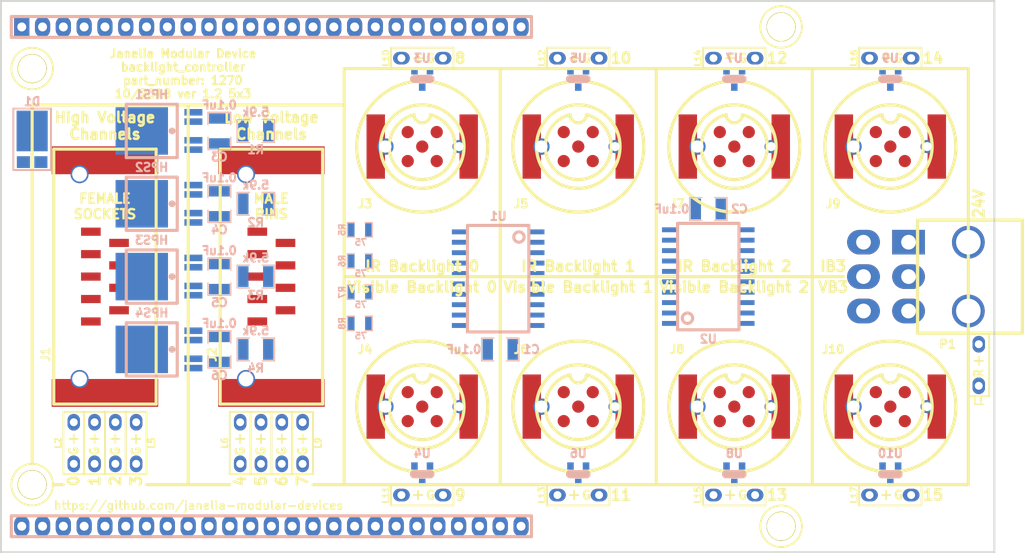
<source format=kicad_pcb>
(kicad_pcb (version 20171130) (host pcbnew 6.0.0-rc1-unknown-4b44cbe~66~ubuntu18.04.1)

  (general
    (thickness 1.6)
    (drawings 47)
    (tracks 0)
    (zones 0)
    (modules 58)
    (nets 58)
  )

  (page A4)
  (title_block
    (title backlight_controller_5x3)
    (rev 1.2)
  )

  (layers
    (0 F.Cu signal)
    (31 B.Cu signal)
    (32 B.Adhes user hide)
    (33 F.Adhes user hide)
    (34 B.Paste user hide)
    (35 F.Paste user hide)
    (36 B.SilkS user)
    (37 F.SilkS user)
    (38 B.Mask user)
    (39 F.Mask user)
    (40 Dwgs.User user hide)
    (41 Cmts.User user)
    (42 Eco1.User user)
    (43 Eco2.User user)
    (44 Edge.Cuts user)
    (45 Margin user)
    (46 B.CrtYd user)
    (47 F.CrtYd user)
    (48 B.Fab user hide)
    (49 F.Fab user hide)
  )

  (setup
    (last_trace_width 0.254)
    (trace_clearance 0.0254)
    (zone_clearance 0.2032)
    (zone_45_only no)
    (trace_min 0.254)
    (via_size 0.889)
    (via_drill 0.635)
    (via_min_size 0.889)
    (via_min_drill 0.508)
    (uvia_size 0.508)
    (uvia_drill 0.127)
    (uvias_allowed no)
    (uvia_min_size 0.508)
    (uvia_min_drill 0.127)
    (edge_width 0.2286)
    (segment_width 0.2286)
    (pcb_text_width 0.3)
    (pcb_text_size 1.5 1.5)
    (mod_edge_width 0.381)
    (mod_text_size 1 1)
    (mod_text_width 0.15)
    (pad_size 1.016 4.4958)
    (pad_drill 0)
    (pad_to_mask_clearance 0)
    (solder_mask_min_width 0.25)
    (aux_axis_origin 0 0)
    (visible_elements FFFFFF7F)
    (pcbplotparams
      (layerselection 0x000f0_ffffffff)
      (usegerberextensions true)
      (usegerberattributes false)
      (usegerberadvancedattributes false)
      (creategerberjobfile false)
      (excludeedgelayer false)
      (linewidth 0.100000)
      (plotframeref false)
      (viasonmask false)
      (mode 1)
      (useauxorigin false)
      (hpglpennumber 1)
      (hpglpenspeed 20)
      (hpglpendiameter 15.000000)
      (psnegative false)
      (psa4output false)
      (plotreference true)
      (plotvalue true)
      (plotinvisibletext false)
      (padsonsilk false)
      (subtractmaskfromsilk true)
      (outputformat 1)
      (mirror false)
      (drillshape 0)
      (scaleselection 1)
      (outputdirectory "gerbers/"))
  )

  (net 0 "")
  (net 1 VEE)
  (net 2 GND)
  (net 3 VDD)
  (net 4 VAA)
  (net 5 /CHANNEL_0)
  (net 6 /CHANNEL_1)
  (net 7 /CHANNEL_2)
  (net 8 /CHANNEL_3)
  (net 9 /CHANNEL_11)
  (net 10 /CHANNEL_10)
  (net 11 /CHANNEL_9)
  (net 12 /CHANNEL_8)
  (net 13 /~ENABLE)
  (net 14 /CHANNEL_4)
  (net 15 /CHANNEL_5)
  (net 16 /CHANNEL_7)
  (net 17 /CHANNEL_6)
  (net 18 /CHANNEL_15)
  (net 19 /CHANNEL_14)
  (net 20 /CHANNEL_13)
  (net 21 /CHANNEL_12)
  (net 22 /backlight_5x3/high_voltage_outputs/OUTPUT_0)
  (net 23 /backlight_5x3/high_voltage_outputs/high_voltage_output_0/FAULT)
  (net 24 /backlight_5x3/high_voltage_outputs/OUTPUT_1)
  (net 25 /backlight_5x3/high_voltage_outputs/high_voltage_output_1/FAULT)
  (net 26 /backlight_5x3/high_voltage_outputs/OUTPUT_2)
  (net 27 /backlight_5x3/high_voltage_outputs/high_voltage_output_2/FAULT)
  (net 28 /backlight_5x3/high_voltage_outputs/OUTPUT_3)
  (net 29 /backlight_5x3/high_voltage_outputs/high_voltage_output_3/FAULT)
  (net 30 /backlight_5x3/low_voltage_outputs/OUTPUT_3)
  (net 31 /backlight_5x3/low_voltage_outputs/OUTPUT_2)
  (net 32 /backlight_5x3/low_voltage_outputs/OUTPUT_1)
  (net 33 /backlight_5x3/low_voltage_outputs/OUTPUT_0)
  (net 34 /backlight_5x3/C_8)
  (net 35 /backlight_5x3/C_9)
  (net 36 /backlight_5x3/C_10)
  (net 37 /backlight_5x3/C_11)
  (net 38 /backlight_5x3/C_12)
  (net 39 /backlight_5x3/C_13)
  (net 40 /backlight_5x3/C_14)
  (net 41 /backlight_5x3/C_15)
  (net 42 /backlight_5x3/C_0)
  (net 43 /backlight_5x3/C_1)
  (net 44 /backlight_5x3/C_2)
  (net 45 /backlight_5x3/C_3)
  (net 46 /backlight_5x3/C_4)
  (net 47 /backlight_5x3/C_5)
  (net 48 /backlight_5x3/C_6)
  (net 49 /backlight_5x3/C_7)
  (net 50 /backlight_5x3/backlight_outputs/ir_0/NPN)
  (net 51 /backlight_5x3/backlight_outputs/visible_0/NPN)
  (net 52 /backlight_5x3/backlight_outputs/ir_1/NPN)
  (net 53 /backlight_5x3/backlight_outputs/visible_1/NPN)
  (net 54 /backlight_5x3/backlight_outputs/ir_2/NPN)
  (net 55 /backlight_5x3/backlight_outputs/visible_2/NPN)
  (net 56 /backlight_5x3/backlight_outputs/ir_3/NPN)
  (net 57 /backlight_5x3/backlight_outputs/visible_3/NPN)

  (net_class Default "This is the default net class."
    (clearance 0.0254)
    (trace_width 0.254)
    (via_dia 0.889)
    (via_drill 0.635)
    (uvia_dia 0.508)
    (uvia_drill 0.127)
    (diff_pair_width 0.254)
    (diff_pair_gap 0.254)
  )

  (net_class GND ""
    (clearance 0.1016)
    (trace_width 1.4224)
    (via_dia 0.889)
    (via_drill 0.635)
    (uvia_dia 0.508)
    (uvia_drill 0.127)
    (diff_pair_width 0.254)
    (diff_pair_gap 0.254)
    (add_net GND)
  )

  (net_class LEDPOWER ""
    (clearance 0.254)
    (trace_width 0.8128)
    (via_dia 0.889)
    (via_drill 0.635)
    (uvia_dia 0.508)
    (uvia_drill 0.127)
    (diff_pair_width 0.254)
    (diff_pair_gap 0.254)
    (add_net /backlight_5x3/low_voltage_outputs/OUTPUT_0)
    (add_net /backlight_5x3/low_voltage_outputs/OUTPUT_1)
    (add_net /backlight_5x3/low_voltage_outputs/OUTPUT_2)
    (add_net /backlight_5x3/low_voltage_outputs/OUTPUT_3)
  )

  (net_class POWER ""
    (clearance 0.254)
    (trace_width 1.2192)
    (via_dia 1.2192)
    (via_drill 0.7112)
    (uvia_dia 0.508)
    (uvia_drill 0.127)
    (diff_pair_width 0.254)
    (diff_pair_gap 0.254)
    (add_net VDD)
    (add_net VEE)
  )

  (net_class SIGNAL ""
    (clearance 0.1016)
    (trace_width 0.4064)
    (via_dia 0.889)
    (via_drill 0.635)
    (uvia_dia 0.508)
    (uvia_drill 0.127)
    (diff_pair_width 0.254)
    (diff_pair_gap 0.254)
    (add_net /CHANNEL_0)
    (add_net /CHANNEL_1)
    (add_net /CHANNEL_10)
    (add_net /CHANNEL_11)
    (add_net /CHANNEL_12)
    (add_net /CHANNEL_13)
    (add_net /CHANNEL_14)
    (add_net /CHANNEL_15)
    (add_net /CHANNEL_2)
    (add_net /CHANNEL_3)
    (add_net /CHANNEL_4)
    (add_net /CHANNEL_5)
    (add_net /CHANNEL_6)
    (add_net /CHANNEL_7)
    (add_net /CHANNEL_8)
    (add_net /CHANNEL_9)
    (add_net /backlight_5x3/C_0)
    (add_net /backlight_5x3/C_1)
    (add_net /backlight_5x3/C_10)
    (add_net /backlight_5x3/C_11)
    (add_net /backlight_5x3/C_12)
    (add_net /backlight_5x3/C_13)
    (add_net /backlight_5x3/C_14)
    (add_net /backlight_5x3/C_15)
    (add_net /backlight_5x3/C_2)
    (add_net /backlight_5x3/C_3)
    (add_net /backlight_5x3/C_4)
    (add_net /backlight_5x3/C_5)
    (add_net /backlight_5x3/C_6)
    (add_net /backlight_5x3/C_7)
    (add_net /backlight_5x3/C_8)
    (add_net /backlight_5x3/C_9)
    (add_net /backlight_5x3/backlight_outputs/ir_0/NPN)
    (add_net /backlight_5x3/backlight_outputs/ir_1/NPN)
    (add_net /backlight_5x3/backlight_outputs/ir_2/NPN)
    (add_net /backlight_5x3/backlight_outputs/ir_3/NPN)
    (add_net /backlight_5x3/backlight_outputs/visible_0/NPN)
    (add_net /backlight_5x3/backlight_outputs/visible_1/NPN)
    (add_net /backlight_5x3/backlight_outputs/visible_2/NPN)
    (add_net /backlight_5x3/backlight_outputs/visible_3/NPN)
    (add_net /backlight_5x3/high_voltage_outputs/high_voltage_output_0/FAULT)
    (add_net /backlight_5x3/high_voltage_outputs/high_voltage_output_1/FAULT)
    (add_net /backlight_5x3/high_voltage_outputs/high_voltage_output_2/FAULT)
    (add_net /backlight_5x3/high_voltage_outputs/high_voltage_output_3/FAULT)
    (add_net /~ENABLE)
  )

  (net_class SUPERPOWER ""
    (clearance 0.254)
    (trace_width 1.6256)
    (via_dia 1.6256)
    (via_drill 1.1176)
    (uvia_dia 0.508)
    (uvia_drill 0.127)
    (diff_pair_width 0.254)
    (diff_pair_gap 0.254)
    (add_net /backlight_5x3/high_voltage_outputs/OUTPUT_0)
    (add_net /backlight_5x3/high_voltage_outputs/OUTPUT_1)
    (add_net /backlight_5x3/high_voltage_outputs/OUTPUT_2)
    (add_net /backlight_5x3/high_voltage_outputs/OUTPUT_3)
    (add_net VAA)
  )

  (module footprints:DB9M_SMD (layer F.Cu) (tedit 5BCB96E3) (tstamp 5B9978C1)
    (at 102.87 105.41 90)
    (path /5B99EA03/5B9A0F86/5B9A7195)
    (fp_text reference J2 (at -9.525 -7.239 90) (layer F.SilkS)
      (effects (font (size 1.016 1.016) (thickness 0.254)))
    )
    (fp_text value DB9M_SMD (at -9.525 0 180) (layer F.Fab)
      (effects (font (size 1.016 1.016) (thickness 0.254)))
    )
    (fp_text user PINS (at 7.62 0 180) (layer F.SilkS)
      (effects (font (size 1.143 1.143) (thickness 0.28575)))
    )
    (fp_line (start -15.56 -6.25) (end -15.56 6.25) (layer F.SilkS) (width 0.381))
    (fp_line (start -15.56 6.25) (end 15.56 6.25) (layer F.SilkS) (width 0.381))
    (fp_line (start 15.56 6.25) (end 15.56 -6.25) (layer F.SilkS) (width 0.381))
    (fp_line (start 15.56 -6.25) (end -15.56 -6.25) (layer F.SilkS) (width 0.381))
    (fp_text user MALE (at 9.525 0 180) (layer F.SilkS)
      (effects (font (size 1.143 1.143) (thickness 0.28575)))
    )
    (pad "" thru_hole circle (at 12.5 -3.1 90) (size 2.2 2.2) (drill 1.8) (layers *.Cu *.Mask))
    (pad "" thru_hole circle (at -12.5 -3.1 90) (size 2.2 2.2) (drill 1.8) (layers *.Cu *.Mask))
    (pad "" smd rect (at -14.2 0 90) (size 3.4 13) (layers F.Cu F.Mask))
    (pad "" smd rect (at 14.2 0 90) (size 3.400001 13) (layers F.Cu F.Mask))
    (pad 1 smd rect (at -5.48 -1.72 90) (size 1 2.4) (layers F.Cu F.Mask)
      (net 2 GND))
    (pad 2 smd rect (at -2.74 -1.72 90) (size 1 2.4) (layers F.Cu F.Mask)
      (net 33 /backlight_5x3/low_voltage_outputs/OUTPUT_0))
    (pad 3 smd rect (at 0 -1.72 90) (size 1 2.4) (layers F.Cu F.Mask)
      (net 2 GND))
    (pad 4 smd rect (at 2.74 -1.72 90) (size 1 2.4) (layers F.Cu F.Mask)
      (net 32 /backlight_5x3/low_voltage_outputs/OUTPUT_1))
    (pad 5 smd rect (at 5.48 -1.72 90) (size 1 2.4) (layers F.Cu F.Mask)
      (net 2 GND))
    (pad 6 smd rect (at -4.11 1.72 90) (size 1 2.4) (layers F.Cu F.Mask)
      (net 31 /backlight_5x3/low_voltage_outputs/OUTPUT_2))
    (pad 7 smd rect (at -1.37 1.72 90) (size 1 2.4) (layers F.Cu F.Mask)
      (net 2 GND))
    (pad 8 smd rect (at 1.37 1.72 90) (size 1 2.4) (layers F.Cu F.Mask)
      (net 30 /backlight_5x3/low_voltage_outputs/OUTPUT_3))
    (pad 9 smd rect (at 4.11 1.72 90) (size 1 2.4) (layers F.Cu F.Mask)
      (net 2 GND))
  )

  (module footprints:DB9F_SMD (layer F.Cu) (tedit 5BCB96C1) (tstamp 5B99DC79)
    (at 82.55 105.41 90)
    (path /5B99EA03/5B9A0F78/5B9A6B5D)
    (fp_text reference J1 (at -9.525 -7.239 90) (layer F.SilkS)
      (effects (font (size 1.016 1.016) (thickness 0.254)))
    )
    (fp_text value DB9F_SMD (at -9.525 0 180) (layer F.Fab)
      (effects (font (size 1.016 1.016) (thickness 0.254)))
    )
    (fp_text user SOCKETS (at 7.62 0 180) (layer F.SilkS)
      (effects (font (size 1.143 1.143) (thickness 0.28575)))
    )
    (fp_line (start -15.56 -6.25) (end -15.56 6.25) (layer F.SilkS) (width 0.381))
    (fp_line (start -15.56 6.25) (end 15.56 6.25) (layer F.SilkS) (width 0.381))
    (fp_line (start 15.56 6.25) (end 15.56 -6.25) (layer F.SilkS) (width 0.381))
    (fp_line (start 15.56 -6.25) (end -15.56 -6.25) (layer F.SilkS) (width 0.381))
    (fp_text user FEMALE (at 9.525 0 180) (layer F.SilkS)
      (effects (font (size 1.143 1.143) (thickness 0.28575)))
    )
    (pad "" thru_hole circle (at 12.5 -3.1 90) (size 2.2 2.2) (drill 1.8) (layers *.Cu *.Mask))
    (pad "" thru_hole circle (at -12.5 -3.1 90) (size 2.2 2.2) (drill 1.8) (layers *.Cu *.Mask))
    (pad "" smd rect (at -14.2 0 90) (size 3.4 13) (layers F.Cu F.Mask))
    (pad "" smd rect (at 14.2 0 90) (size 3.400001 13) (layers F.Cu F.Mask))
    (pad 5 smd rect (at -5.48 -1.72 90) (size 1 2.4) (layers F.Cu F.Mask)
      (net 4 VAA))
    (pad 4 smd rect (at -2.74 -1.72 90) (size 1 2.4) (layers F.Cu F.Mask)
      (net 24 /backlight_5x3/high_voltage_outputs/OUTPUT_1))
    (pad 3 smd rect (at 0 -1.72 90) (size 1 2.4) (layers F.Cu F.Mask)
      (net 4 VAA))
    (pad 2 smd rect (at 2.74 -1.72 90) (size 1 2.4) (layers F.Cu F.Mask)
      (net 22 /backlight_5x3/high_voltage_outputs/OUTPUT_0))
    (pad 1 smd rect (at 5.48 -1.72 90) (size 1 2.4) (layers F.Cu F.Mask)
      (net 4 VAA))
    (pad 9 smd rect (at -4.11 1.72 90) (size 1 2.4) (layers F.Cu F.Mask)
      (net 4 VAA))
    (pad 8 smd rect (at -1.37 1.72 90) (size 1 2.4) (layers F.Cu F.Mask)
      (net 28 /backlight_5x3/high_voltage_outputs/OUTPUT_3))
    (pad 7 smd rect (at 1.37 1.72 90) (size 1 2.4) (layers F.Cu F.Mask)
      (net 4 VAA))
    (pad 6 smd rect (at 4.11 1.72 90) (size 1 2.4) (layers F.Cu F.Mask)
      (net 26 /backlight_5x3/high_voltage_outputs/OUTPUT_2))
  )

  (module backlight_controller_5x3:MINI-FIT-JR_02X03_M_RA (layer F.Cu) (tedit 5B8042FD) (tstamp 5B80353B)
    (at 187.96 105.41 90)
    (path /5B99EA03/5B9A40FD)
    (fp_text reference P1 (at -8.255 -2.54 180) (layer F.SilkS)
      (effects (font (size 1.016 1.016) (thickness 0.254)))
    )
    (fp_text value MINI_FIT_JR_02X03_M_RA (at 0 8 90) (layer F.Fab)
      (effects (font (size 1.016 1.016) (thickness 0.254)))
    )
    (fp_line (start 6.9 -6.2) (end 6.9 6.6) (layer F.SilkS) (width 0.4))
    (fp_line (start -6.9 -6.2) (end -6.9 6.6) (layer F.SilkS) (width 0.4))
    (fp_line (start -6.9 -6.2) (end 6.9 -6.2) (layer F.SilkS) (width 0.4))
    (fp_line (start -6.9 6.6) (end 6.9 6.6) (layer F.SilkS) (width 0.4))
    (pad 6 thru_hole oval (at -4.2 -12.8 90) (size 3 4) (drill 1.8) (layers *.Cu *.Mask)
      (net 2 GND))
    (pad 5 thru_hole oval (at 0 -12.8 90) (size 3 4) (drill 1.8) (layers *.Cu *.Mask)
      (net 2 GND))
    (pad 4 thru_hole oval (at 4.2 -12.8 90) (size 3 4) (drill 1.8) (layers *.Cu *.Mask)
      (net 2 GND))
    (pad 3 thru_hole oval (at -4.2 -7.3 90) (size 3 4) (drill 1.8) (layers *.Cu *.Mask)
      (net 4 VAA))
    (pad 2 thru_hole oval (at 0 -7.3 90) (size 3 4) (drill 1.8) (layers *.Cu *.Mask)
      (net 4 VAA))
    (pad 1 thru_hole rect (at 4.2 -7.3 90) (size 3 4) (drill 1.8) (layers *.Cu *.Mask)
      (net 4 VAA))
    (pad "" thru_hole circle (at -4.2 0 90) (size 4 4) (drill 3) (layers *.Cu *.Mask))
    (pad "" thru_hole circle (at 4.2 0 90) (size 4 4) (drill 3) (layers *.Cu *.Mask))
  )

  (module backlight_controller_5x3:MODULAR_DEVICE_BASE_5X3_MALE (layer F.Cu) (tedit 59284569) (tstamp 5B998671)
    (at 91.44 105.41)
    (path /589B83C9)
    (fp_text reference MDB1 (at 0 0) (layer F.SilkS) hide
      (effects (font (size 1.016 1.016) (thickness 0.254)))
    )
    (fp_text value MODULAR_DEVICE_BASE_5x3_MALE (at 0 2.54) (layer F.SilkS) hide
      (effects (font (size 1.524 1.524) (thickness 0.3048)))
    )
    (fp_circle (center 73.66 30.48) (end 76.2 30.48) (layer F.SilkS) (width 0.2286))
    (fp_circle (center 73.66 -30.48) (end 76.2 -30.48) (layer F.SilkS) (width 0.2286))
    (fp_circle (center -17.78 25.4) (end -15.24 25.4) (layer F.SilkS) (width 0.2286))
    (fp_circle (center -17.78 -25.4) (end -15.24 -25.4) (layer F.SilkS) (width 0.2286))
    (fp_line (start -20.32 -29.21) (end 43.18 -29.21) (layer B.SilkS) (width 0.381))
    (fp_line (start -20.32 -31.75) (end 43.18 -31.75) (layer B.SilkS) (width 0.381))
    (fp_line (start -20.32 31.75) (end 43.18 31.75) (layer B.SilkS) (width 0.381))
    (fp_line (start -20.32 29.21) (end 43.18 29.21) (layer B.SilkS) (width 0.381))
    (fp_line (start 99.695 -33.655) (end -21.59 -33.655) (layer F.Fab) (width 0.2286))
    (fp_line (start 99.695 33.655) (end 99.695 -33.655) (layer F.Fab) (width 0.2286))
    (fp_line (start -21.59 33.655) (end 99.695 33.655) (layer F.Fab) (width 0.2286))
    (fp_line (start -21.59 -33.655) (end -21.59 33.655) (layer F.Fab) (width 0.2286))
    (fp_line (start 43.18 -29.21) (end 43.18 -31.75) (layer B.SilkS) (width 0.381))
    (fp_line (start -20.32 -31.75) (end -20.32 -29.21) (layer B.SilkS) (width 0.381))
    (fp_line (start 43.18 31.75) (end 43.18 29.21) (layer B.SilkS) (width 0.381))
    (fp_line (start -20.32 29.21) (end -20.32 31.75) (layer B.SilkS) (width 0.381))
    (pad 46 thru_hole oval (at 41.91 -30.48) (size 1.8542 2.54) (drill 1.0922) (layers *.Cu *.Mask))
    (pad 45 thru_hole oval (at 39.37 -30.48) (size 1.8542 2.54) (drill 1.0922) (layers *.Cu *.Mask))
    (pad 30 thru_hole oval (at 36.83 -30.48) (size 1.8542 2.54) (drill 1.0922) (layers *.Cu *.Mask)
      (net 14 /CHANNEL_4))
    (pad 29 thru_hole oval (at 34.29 -30.48) (size 1.8542 2.54) (drill 1.0922) (layers *.Cu *.Mask)
      (net 8 /CHANNEL_3))
    (pad 44 thru_hole oval (at 31.75 -30.48) (size 1.8542 2.54) (drill 1.0922) (layers *.Cu *.Mask))
    (pad 43 thru_hole oval (at 29.21 -30.48) (size 1.8542 2.54) (drill 1.0922) (layers *.Cu *.Mask))
    (pad 47 thru_hole oval (at 26.67 -30.48) (size 1.8542 2.54) (drill 1.0922) (layers *.Cu *.Mask))
    (pad 48 thru_hole oval (at 24.13 -30.48) (size 1.8542 2.54) (drill 1.0922) (layers *.Cu *.Mask))
    (pad 49 thru_hole oval (at 21.59 -30.48) (size 1.8542 2.54) (drill 1.0922) (layers *.Cu *.Mask))
    (pad 33 thru_hole oval (at 41.91 30.48) (size 1.8542 2.54) (drill 1.0922) (layers *.Cu *.Mask))
    (pad 34 thru_hole oval (at 39.37 30.48) (size 1.8542 2.54) (drill 1.0922) (layers *.Cu *.Mask))
    (pad 35 thru_hole oval (at 36.83 30.48) (size 1.8542 2.54) (drill 1.0922) (layers *.Cu *.Mask)
      (net 21 /CHANNEL_12))
    (pad 36 thru_hole oval (at 34.29 30.48) (size 1.8542 2.54) (drill 1.0922) (layers *.Cu *.Mask)
      (net 20 /CHANNEL_13))
    (pad 37 thru_hole oval (at 31.75 30.48) (size 1.8542 2.54) (drill 1.0922) (layers *.Cu *.Mask)
      (net 19 /CHANNEL_14))
    (pad 38 thru_hole oval (at 29.21 30.48) (size 1.8542 2.54) (drill 1.0922) (layers *.Cu *.Mask)
      (net 18 /CHANNEL_15))
    (pad 51 thru_hole oval (at 26.67 30.48) (size 1.8542 2.54) (drill 1.0922) (layers *.Cu *.Mask))
    (pad DAC0 thru_hole oval (at 24.13 30.48) (size 1.8542 2.54) (drill 1.0922) (layers *.Cu *.Mask))
    (pad DAC1 thru_hole oval (at 21.59 30.48) (size 1.8542 2.54) (drill 1.0922) (layers *.Cu *.Mask))
    (pad "" thru_hole circle (at 73.66 -30.48) (size 3.556 3.556) (drill 3.302) (layers *.Cu *.Mask F.SilkS))
    (pad "" thru_hole circle (at 73.66 30.48) (size 3.556 3.556) (drill 3.302) (layers *.Cu *.Mask F.SilkS))
    (pad "" thru_hole circle (at -17.78 25.4) (size 3.556 3.556) (drill 3.302) (layers *.Cu *.Mask F.SilkS))
    (pad "" thru_hole circle (at -17.78 -25.4) (size 3.556 3.556) (drill 3.302) (layers *.Cu *.Mask F.SilkS))
    (pad AREF thru_hole oval (at -19.05 30.48) (size 1.8542 2.54) (drill 1.0922) (layers *.Cu *.Mask))
    (pad VEE thru_hole oval (at -16.51 30.48) (size 1.8542 2.54) (drill 1.0922) (layers *.Cu *.Mask)
      (net 1 VEE))
    (pad AGND thru_hole oval (at -13.97 30.48) (size 1.8542 2.54) (drill 1.0922) (layers *.Cu *.Mask))
    (pad 3V3 thru_hole oval (at -11.43 30.48) (size 1.8542 2.54) (drill 1.0922) (layers *.Cu *.Mask))
    (pad 23 thru_hole oval (at -8.89 30.48) (size 1.8542 2.54) (drill 1.0922) (layers *.Cu *.Mask)
      (net 9 /CHANNEL_11))
    (pad 22 thru_hole oval (at -6.35 30.48) (size 1.8542 2.54) (drill 1.0922) (layers *.Cu *.Mask)
      (net 10 /CHANNEL_10))
    (pad 21 thru_hole oval (at -3.81 30.48) (size 1.8542 2.54) (drill 1.0922) (layers *.Cu *.Mask)
      (net 11 /CHANNEL_9))
    (pad 20 thru_hole oval (at -1.27 30.48) (size 1.8542 2.54) (drill 1.0922) (layers *.Cu *.Mask)
      (net 12 /CHANNEL_8))
    (pad 19 thru_hole oval (at 1.27 30.48) (size 1.8542 2.54) (drill 1.0922) (layers *.Cu *.Mask)
      (net 16 /CHANNEL_7))
    (pad 18 thru_hole oval (at 3.81 30.48) (size 1.8542 2.54) (drill 1.0922) (layers *.Cu *.Mask)
      (net 17 /CHANNEL_6))
    (pad 17 thru_hole oval (at 6.35 30.48) (size 1.8542 2.54) (drill 1.0922) (layers *.Cu *.Mask))
    (pad 16 thru_hole oval (at 8.89 30.48) (size 1.8542 2.54) (drill 1.0922) (layers *.Cu *.Mask))
    (pad 15 thru_hole oval (at 11.43 30.48) (size 1.8542 2.54) (drill 1.0922) (layers *.Cu *.Mask))
    (pad 14 thru_hole oval (at 13.97 30.48) (size 1.8542 2.54) (drill 1.0922) (layers *.Cu *.Mask)
      (net 15 /CHANNEL_5))
    (pad 13 thru_hole oval (at 16.51 30.48) (size 1.8542 2.54) (drill 1.0922) (layers *.Cu *.Mask))
    (pad 53 thru_hole oval (at 19.05 30.48) (size 1.8542 2.54) (drill 1.0922) (layers *.Cu *.Mask))
    (pad 50 thru_hole oval (at 19.05 -30.48) (size 1.8542 2.54) (drill 1.0922) (layers *.Cu *.Mask))
    (pad 12 thru_hole oval (at 16.51 -30.48) (size 1.8542 2.54) (drill 1.0922) (layers *.Cu *.Mask))
    (pad 11 thru_hole oval (at 13.97 -30.48) (size 1.8542 2.54) (drill 1.0922) (layers *.Cu *.Mask))
    (pad 42 thru_hole oval (at 11.43 -30.48) (size 1.8542 2.54) (drill 1.0922) (layers *.Cu *.Mask))
    (pad 41 thru_hole oval (at 8.89 -30.48) (size 1.8542 2.54) (drill 1.0922) (layers *.Cu *.Mask))
    (pad 40 thru_hole oval (at 6.35 -30.48) (size 1.8542 2.54) (drill 1.0922) (layers *.Cu *.Mask))
    (pad 52 thru_hole oval (at 3.81 -30.48) (size 1.8542 2.54) (drill 1.0922) (layers *.Cu *.Mask)
      (net 13 /~ENABLE))
    (pad 6 thru_hole oval (at 1.27 -30.48) (size 1.8542 2.54) (drill 1.0922) (layers *.Cu *.Mask)
      (net 7 /CHANNEL_2))
    (pad 5 thru_hole oval (at -1.27 -30.48) (size 1.8542 2.54) (drill 1.0922) (layers *.Cu *.Mask)
      (net 6 /CHANNEL_1))
    (pad 54 thru_hole oval (at -3.81 -30.48) (size 1.8542 2.54) (drill 1.0922) (layers *.Cu *.Mask))
    (pad 55 thru_hole oval (at -6.35 -30.48) (size 1.8542 2.54) (drill 1.0922) (layers *.Cu *.Mask))
    (pad 2 thru_hole oval (at -8.89 -30.48) (size 1.8542 2.54) (drill 1.0922) (layers *.Cu *.Mask)
      (net 5 /CHANNEL_0))
    (pad A11 thru_hole oval (at -11.43 -30.48) (size 1.8542 2.54) (drill 1.0922) (layers *.Cu *.Mask))
    (pad VDD thru_hole rect (at -19.05 -30.48) (size 1.8542 2.54) (drill 1.0922) (layers *.Cu *.Mask)
      (net 3 VDD))
    (pad A10 thru_hole oval (at -13.97 -30.48) (size 1.8542 2.54) (drill 1.0922) (layers *.Cu *.Mask))
    (pad GND thru_hole oval (at -16.51 -30.48) (size 1.8542 2.54) (drill 1.0922) (layers *.Cu *.Mask)
      (net 2 GND))
  )

  (module backlight_controller_5x3:CFP15 (layer B.Cu) (tedit 5B8021BC) (tstamp 5B802643)
    (at 73.66 88.65)
    (path /5B99EA03/5B9A4117)
    (fp_text reference D1 (at 0 -4.6) (layer B.SilkS)
      (effects (font (size 1.016 1.016) (thickness 0.254)) (justify mirror))
    )
    (fp_text value diode_schottky_45V_10A (at 0 4.5) (layer B.Fab)
      (effects (font (size 1.016 1.016) (thickness 0.254)) (justify mirror))
    )
    (fp_line (start -2.3 -3.75) (end -2.3 3.75) (layer B.SilkS) (width 0.2286))
    (fp_line (start 2.3 -3.75) (end -2.3 -3.75) (layer B.SilkS) (width 0.2286))
    (fp_line (start 2.3 3.75) (end 2.3 -3.75) (layer B.SilkS) (width 0.2286))
    (fp_line (start -2.3 3.75) (end 2.3 3.75) (layer B.SilkS) (width 0.2286))
    (pad 2 smd rect (at 1.065 2.78) (size 1.6 1.44) (layers B.Cu B.Paste B.Mask)
      (net 4 VAA) (solder_mask_margin 0.1) (clearance 0.1))
    (pad 2 smd rect (at -1.065 2.78) (size 1.6 1.44) (layers B.Cu B.Paste B.Mask)
      (net 4 VAA) (solder_mask_margin 0.1) (clearance 0.1))
    (pad 1 smd rect (at 0 -1.02) (size 3.8 4.96) (layers B.Cu B.Paste B.Mask)
      (net 3 VDD) (solder_mask_margin 0.1) (clearance 0.1))
  )

  (module backlight_controller_5x3:SM1210 (layer B.Cu) (tedit 5481F170) (tstamp 5B998A11)
    (at 130.81 114.3)
    (tags "CMS SM")
    (path /5B99EA03/5B9A40E5)
    (attr smd)
    (fp_text reference C1 (at 3.81 0) (layer B.SilkS)
      (effects (font (size 1.016 1.016) (thickness 0.254)) (justify mirror))
    )
    (fp_text value 0.1uF (at -4.445 0 180) (layer B.SilkS)
      (effects (font (size 1.016 1.016) (thickness 0.254)) (justify mirror))
    )
    (fp_line (start 2.286 1.397) (end 0.762 1.397) (layer B.SilkS) (width 0.127))
    (fp_line (start 2.286 -1.397) (end 2.286 1.397) (layer B.SilkS) (width 0.127))
    (fp_line (start 0.762 -1.397) (end 2.286 -1.397) (layer B.SilkS) (width 0.127))
    (fp_line (start -2.286 -1.397) (end -0.762 -1.397) (layer B.SilkS) (width 0.127))
    (fp_line (start -2.286 1.397) (end -2.286 -1.397) (layer B.SilkS) (width 0.127))
    (fp_line (start -0.762 1.397) (end -2.286 1.397) (layer B.SilkS) (width 0.127))
    (pad 2 smd rect (at 1.524 0) (size 1.27 2.54) (layers B.Cu B.Paste B.Mask)
      (net 2 GND))
    (pad 1 smd rect (at -1.524 0) (size 1.27 2.54) (layers B.Cu B.Paste B.Mask)
      (net 1 VEE))
    (model smd/chip_cms.wrl
      (at (xyz 0 0 0))
      (scale (xyz 0.17 0.2 0.17))
      (rotate (xyz 0 0 0))
    )
  )

  (module backlight_controller_5x3:SM1210 (layer B.Cu) (tedit 5481F170) (tstamp 5B802608)
    (at 156.21 97.155 180)
    (tags "CMS SM")
    (path /5B99EA03/5B9A4169)
    (attr smd)
    (fp_text reference C2 (at -3.81 0 180) (layer B.SilkS)
      (effects (font (size 1.016 1.016) (thickness 0.254)) (justify mirror))
    )
    (fp_text value 0.1uF (at 4.445 0 180) (layer B.SilkS)
      (effects (font (size 1.016 1.016) (thickness 0.254)) (justify mirror))
    )
    (fp_line (start 2.286 1.397) (end 0.762 1.397) (layer B.SilkS) (width 0.127))
    (fp_line (start 2.286 -1.397) (end 2.286 1.397) (layer B.SilkS) (width 0.127))
    (fp_line (start 0.762 -1.397) (end 2.286 -1.397) (layer B.SilkS) (width 0.127))
    (fp_line (start -2.286 -1.397) (end -0.762 -1.397) (layer B.SilkS) (width 0.127))
    (fp_line (start -2.286 1.397) (end -2.286 -1.397) (layer B.SilkS) (width 0.127))
    (fp_line (start -0.762 1.397) (end -2.286 1.397) (layer B.SilkS) (width 0.127))
    (pad 2 smd rect (at 1.524 0 180) (size 1.27 2.54) (layers B.Cu B.Paste B.Mask)
      (net 2 GND))
    (pad 1 smd rect (at -1.524 0 180) (size 1.27 2.54) (layers B.Cu B.Paste B.Mask)
      (net 1 VEE))
    (model smd/chip_cms.wrl
      (at (xyz 0 0 0))
      (scale (xyz 0.17 0.2 0.17))
      (rotate (xyz 0 0 0))
    )
  )

  (module backlight_controller_5x3:SM1210 (layer B.Cu) (tedit 5481F170) (tstamp 5B802614)
    (at 96.52 87.63 270)
    (tags "CMS SM")
    (path /5B99EA03/5B9A0F78/5B99F372/5B7FBCA9)
    (attr smd)
    (fp_text reference C3 (at 3.175 0) (layer B.SilkS)
      (effects (font (size 1.016 1.016) (thickness 0.254)) (justify mirror))
    )
    (fp_text value 0.1uF (at -3.175 0) (layer B.SilkS)
      (effects (font (size 1.016 1.016) (thickness 0.254)) (justify mirror))
    )
    (fp_line (start 2.286 1.397) (end 0.762 1.397) (layer B.SilkS) (width 0.127))
    (fp_line (start 2.286 -1.397) (end 2.286 1.397) (layer B.SilkS) (width 0.127))
    (fp_line (start 0.762 -1.397) (end 2.286 -1.397) (layer B.SilkS) (width 0.127))
    (fp_line (start -2.286 -1.397) (end -0.762 -1.397) (layer B.SilkS) (width 0.127))
    (fp_line (start -2.286 1.397) (end -2.286 -1.397) (layer B.SilkS) (width 0.127))
    (fp_line (start -0.762 1.397) (end -2.286 1.397) (layer B.SilkS) (width 0.127))
    (pad 2 smd rect (at 1.524 0 270) (size 1.27 2.54) (layers B.Cu B.Paste B.Mask)
      (net 2 GND))
    (pad 1 smd rect (at -1.524 0 270) (size 1.27 2.54) (layers B.Cu B.Paste B.Mask)
      (net 3 VDD))
    (model smd/chip_cms.wrl
      (at (xyz 0 0 0))
      (scale (xyz 0.17 0.2 0.17))
      (rotate (xyz 0 0 0))
    )
  )

  (module backlight_controller_5x3:SM1210 (layer B.Cu) (tedit 5481F170) (tstamp 5B802620)
    (at 96.52 96.52 270)
    (tags "CMS SM")
    (path /5B99EA03/5B9A0F78/5B99F37A/5B7FBCA9)
    (attr smd)
    (fp_text reference C4 (at 3.175 0) (layer B.SilkS)
      (effects (font (size 1.016 1.016) (thickness 0.254)) (justify mirror))
    )
    (fp_text value 0.1uF (at -3.175 0) (layer B.SilkS)
      (effects (font (size 1.016 1.016) (thickness 0.254)) (justify mirror))
    )
    (fp_line (start 2.286 1.397) (end 0.762 1.397) (layer B.SilkS) (width 0.127))
    (fp_line (start 2.286 -1.397) (end 2.286 1.397) (layer B.SilkS) (width 0.127))
    (fp_line (start 0.762 -1.397) (end 2.286 -1.397) (layer B.SilkS) (width 0.127))
    (fp_line (start -2.286 -1.397) (end -0.762 -1.397) (layer B.SilkS) (width 0.127))
    (fp_line (start -2.286 1.397) (end -2.286 -1.397) (layer B.SilkS) (width 0.127))
    (fp_line (start -0.762 1.397) (end -2.286 1.397) (layer B.SilkS) (width 0.127))
    (pad 2 smd rect (at 1.524 0 270) (size 1.27 2.54) (layers B.Cu B.Paste B.Mask)
      (net 2 GND))
    (pad 1 smd rect (at -1.524 0 270) (size 1.27 2.54) (layers B.Cu B.Paste B.Mask)
      (net 3 VDD))
    (model smd/chip_cms.wrl
      (at (xyz 0 0 0))
      (scale (xyz 0.17 0.2 0.17))
      (rotate (xyz 0 0 0))
    )
  )

  (module backlight_controller_5x3:SM1210 (layer B.Cu) (tedit 5481F170) (tstamp 5B80262C)
    (at 96.52 105.41 270)
    (tags "CMS SM")
    (path /5B99EA03/5B9A0F78/5B99F382/5B7FBCA9)
    (attr smd)
    (fp_text reference C5 (at 3.175 0) (layer B.SilkS)
      (effects (font (size 1.016 1.016) (thickness 0.254)) (justify mirror))
    )
    (fp_text value 0.1uF (at -3.175 0) (layer B.SilkS)
      (effects (font (size 1.016 1.016) (thickness 0.254)) (justify mirror))
    )
    (fp_line (start 2.286 1.397) (end 0.762 1.397) (layer B.SilkS) (width 0.127))
    (fp_line (start 2.286 -1.397) (end 2.286 1.397) (layer B.SilkS) (width 0.127))
    (fp_line (start 0.762 -1.397) (end 2.286 -1.397) (layer B.SilkS) (width 0.127))
    (fp_line (start -2.286 -1.397) (end -0.762 -1.397) (layer B.SilkS) (width 0.127))
    (fp_line (start -2.286 1.397) (end -2.286 -1.397) (layer B.SilkS) (width 0.127))
    (fp_line (start -0.762 1.397) (end -2.286 1.397) (layer B.SilkS) (width 0.127))
    (pad 2 smd rect (at 1.524 0 270) (size 1.27 2.54) (layers B.Cu B.Paste B.Mask)
      (net 2 GND))
    (pad 1 smd rect (at -1.524 0 270) (size 1.27 2.54) (layers B.Cu B.Paste B.Mask)
      (net 3 VDD))
    (model smd/chip_cms.wrl
      (at (xyz 0 0 0))
      (scale (xyz 0.17 0.2 0.17))
      (rotate (xyz 0 0 0))
    )
  )

  (module backlight_controller_5x3:SM1210 (layer B.Cu) (tedit 5481F170) (tstamp 5B802638)
    (at 96.52 114.3 270)
    (tags "CMS SM")
    (path /5B99EA03/5B9A0F78/5B99F38A/5B7FBCA9)
    (attr smd)
    (fp_text reference C6 (at 3.175 0) (layer B.SilkS)
      (effects (font (size 1.016 1.016) (thickness 0.254)) (justify mirror))
    )
    (fp_text value 0.1uF (at -3.175 0) (layer B.SilkS)
      (effects (font (size 1.016 1.016) (thickness 0.254)) (justify mirror))
    )
    (fp_line (start 2.286 1.397) (end 0.762 1.397) (layer B.SilkS) (width 0.127))
    (fp_line (start 2.286 -1.397) (end 2.286 1.397) (layer B.SilkS) (width 0.127))
    (fp_line (start 0.762 -1.397) (end 2.286 -1.397) (layer B.SilkS) (width 0.127))
    (fp_line (start -2.286 -1.397) (end -0.762 -1.397) (layer B.SilkS) (width 0.127))
    (fp_line (start -2.286 1.397) (end -2.286 -1.397) (layer B.SilkS) (width 0.127))
    (fp_line (start -0.762 1.397) (end -2.286 1.397) (layer B.SilkS) (width 0.127))
    (pad 2 smd rect (at 1.524 0 270) (size 1.27 2.54) (layers B.Cu B.Paste B.Mask)
      (net 2 GND))
    (pad 1 smd rect (at -1.524 0 270) (size 1.27 2.54) (layers B.Cu B.Paste B.Mask)
      (net 3 VDD))
    (model smd/chip_cms.wrl
      (at (xyz 0 0 0))
      (scale (xyz 0.17 0.2 0.17))
      (rotate (xyz 0 0 0))
    )
  )

  (module backlight_controller_5x3:PG-TO252-5-11 (layer B.Cu) (tedit 589CB526) (tstamp 5B802651)
    (at 93.345 87.63 270)
    (path /5B99EA03/5B9A0F78/5B99F372/5B7FABE5)
    (fp_text reference HPS1 (at -4.445 5.1 180) (layer B.SilkS)
      (effects (font (size 1.016 1.016) (thickness 0.254)) (justify mirror))
    )
    (fp_text value BTS3256 (at 0 10.5 270) (layer B.Fab)
      (effects (font (size 1.016 1.016) (thickness 0.254)) (justify mirror))
    )
    (fp_circle (center 0 2.6) (end 0.1 2.8) (layer B.SilkS) (width 0.381))
    (fp_line (start -3.25 8.19) (end 3.25 8.19) (layer B.SilkS) (width 0.381))
    (fp_line (start 3.25 8.19) (end 3.25 1.97) (layer B.SilkS) (width 0.381))
    (fp_line (start 3.25 1.97) (end -3.25 1.97) (layer B.SilkS) (width 0.381))
    (fp_line (start -3.25 1.97) (end -3.25 8.19) (layer B.SilkS) (width 0.381))
    (pad 6 smd rect (at 0 6.3 270) (size 5.8 6.4) (layers B.Cu B.Paste B.Mask)
      (net 22 /backlight_5x3/high_voltage_outputs/OUTPUT_0))
    (pad 1 smd rect (at -2.28 0 270) (size 0.8 2.2) (layers B.Cu B.Paste B.Mask)
      (net 3 VDD))
    (pad 2 smd rect (at -1.14 0 270) (size 0.8 2.2) (layers B.Cu B.Paste B.Mask)
      (net 23 /backlight_5x3/high_voltage_outputs/high_voltage_output_0/FAULT))
    (pad 4 smd rect (at 1.14 0 270) (size 0.8 2.2) (layers B.Cu B.Paste B.Mask))
    (pad 5 smd rect (at 2.28 0 270) (size 0.8 2.2) (layers B.Cu B.Paste B.Mask)
      (net 2 GND))
  )

  (module backlight_controller_5x3:PG-TO252-5-11 (layer B.Cu) (tedit 589CB526) (tstamp 5B806581)
    (at 93.345 96.52 270)
    (path /5B99EA03/5B9A0F78/5B99F37A/5B7FABE5)
    (fp_text reference HPS2 (at -4.445 5.1 180) (layer B.SilkS)
      (effects (font (size 1.016 1.016) (thickness 0.254)) (justify mirror))
    )
    (fp_text value BTS3256 (at 0 10.5 270) (layer B.Fab)
      (effects (font (size 1.016 1.016) (thickness 0.254)) (justify mirror))
    )
    (fp_circle (center 0 2.6) (end 0.1 2.8) (layer B.SilkS) (width 0.381))
    (fp_line (start -3.25 8.19) (end 3.25 8.19) (layer B.SilkS) (width 0.381))
    (fp_line (start 3.25 8.19) (end 3.25 1.97) (layer B.SilkS) (width 0.381))
    (fp_line (start 3.25 1.97) (end -3.25 1.97) (layer B.SilkS) (width 0.381))
    (fp_line (start -3.25 1.97) (end -3.25 8.19) (layer B.SilkS) (width 0.381))
    (pad 6 smd rect (at 0 6.3 270) (size 5.8 6.4) (layers B.Cu B.Paste B.Mask)
      (net 24 /backlight_5x3/high_voltage_outputs/OUTPUT_1))
    (pad 1 smd rect (at -2.28 0 270) (size 0.8 2.2) (layers B.Cu B.Paste B.Mask)
      (net 3 VDD))
    (pad 2 smd rect (at -1.14 0 270) (size 0.8 2.2) (layers B.Cu B.Paste B.Mask)
      (net 25 /backlight_5x3/high_voltage_outputs/high_voltage_output_1/FAULT))
    (pad 4 smd rect (at 1.14 0 270) (size 0.8 2.2) (layers B.Cu B.Paste B.Mask))
    (pad 5 smd rect (at 2.28 0 270) (size 0.8 2.2) (layers B.Cu B.Paste B.Mask)
      (net 2 GND))
  )

  (module backlight_controller_5x3:PG-TO252-5-11 (layer B.Cu) (tedit 589CB526) (tstamp 5B80266D)
    (at 93.345 105.41 270)
    (path /5B99EA03/5B9A0F78/5B99F382/5B7FABE5)
    (fp_text reference HPS3 (at -4.445 5.1 180) (layer B.SilkS)
      (effects (font (size 1.016 1.016) (thickness 0.254)) (justify mirror))
    )
    (fp_text value BTS3256 (at 0 10.5 270) (layer B.Fab)
      (effects (font (size 1.016 1.016) (thickness 0.254)) (justify mirror))
    )
    (fp_circle (center 0 2.6) (end 0.1 2.8) (layer B.SilkS) (width 0.381))
    (fp_line (start -3.25 8.19) (end 3.25 8.19) (layer B.SilkS) (width 0.381))
    (fp_line (start 3.25 8.19) (end 3.25 1.97) (layer B.SilkS) (width 0.381))
    (fp_line (start 3.25 1.97) (end -3.25 1.97) (layer B.SilkS) (width 0.381))
    (fp_line (start -3.25 1.97) (end -3.25 8.19) (layer B.SilkS) (width 0.381))
    (pad 6 smd rect (at 0 6.3 270) (size 5.8 6.4) (layers B.Cu B.Paste B.Mask)
      (net 26 /backlight_5x3/high_voltage_outputs/OUTPUT_2))
    (pad 1 smd rect (at -2.28 0 270) (size 0.8 2.2) (layers B.Cu B.Paste B.Mask)
      (net 3 VDD))
    (pad 2 smd rect (at -1.14 0 270) (size 0.8 2.2) (layers B.Cu B.Paste B.Mask)
      (net 27 /backlight_5x3/high_voltage_outputs/high_voltage_output_2/FAULT))
    (pad 4 smd rect (at 1.14 0 270) (size 0.8 2.2) (layers B.Cu B.Paste B.Mask))
    (pad 5 smd rect (at 2.28 0 270) (size 0.8 2.2) (layers B.Cu B.Paste B.Mask)
      (net 2 GND))
  )

  (module backlight_controller_5x3:PG-TO252-5-11 (layer B.Cu) (tedit 589CB526) (tstamp 5B80267B)
    (at 93.345 114.3 270)
    (path /5B99EA03/5B9A0F78/5B99F38A/5B7FABE5)
    (fp_text reference HPS4 (at -4.445 5.08 180) (layer B.SilkS)
      (effects (font (size 1.016 1.016) (thickness 0.254)) (justify mirror))
    )
    (fp_text value BTS3256 (at 0 10.5 270) (layer B.Fab)
      (effects (font (size 1.016 1.016) (thickness 0.254)) (justify mirror))
    )
    (fp_circle (center 0 2.6) (end 0.1 2.8) (layer B.SilkS) (width 0.381))
    (fp_line (start -3.25 8.19) (end 3.25 8.19) (layer B.SilkS) (width 0.381))
    (fp_line (start 3.25 8.19) (end 3.25 1.97) (layer B.SilkS) (width 0.381))
    (fp_line (start 3.25 1.97) (end -3.25 1.97) (layer B.SilkS) (width 0.381))
    (fp_line (start -3.25 1.97) (end -3.25 8.19) (layer B.SilkS) (width 0.381))
    (pad 6 smd rect (at 0 6.3 270) (size 5.8 6.4) (layers B.Cu B.Paste B.Mask)
      (net 28 /backlight_5x3/high_voltage_outputs/OUTPUT_3))
    (pad 1 smd rect (at -2.28 0 270) (size 0.8 2.2) (layers B.Cu B.Paste B.Mask)
      (net 3 VDD))
    (pad 2 smd rect (at -1.14 0 270) (size 0.8 2.2) (layers B.Cu B.Paste B.Mask)
      (net 29 /backlight_5x3/high_voltage_outputs/high_voltage_output_3/FAULT))
    (pad 4 smd rect (at 1.14 0 270) (size 0.8 2.2) (layers B.Cu B.Paste B.Mask))
    (pad 5 smd rect (at 2.28 0 270) (size 0.8 2.2) (layers B.Cu B.Paste B.Mask)
      (net 2 GND))
  )

  (module backlight_controller_5x3:SM1210 (layer B.Cu) (tedit 5481F170) (tstamp 5B802758)
    (at 100.965 87.63)
    (tags "CMS SM")
    (path /5B99EA03/5B9A0F78/5B99F372/5B7FB15D)
    (attr smd)
    (fp_text reference R1 (at 0 2.286) (layer B.SilkS)
      (effects (font (size 1.016 1.016) (thickness 0.254)) (justify mirror))
    )
    (fp_text value 5.9k (at 0 -2.286) (layer B.SilkS)
      (effects (font (size 1.016 1.016) (thickness 0.254)) (justify mirror))
    )
    (fp_line (start 2.286 1.397) (end 0.762 1.397) (layer B.SilkS) (width 0.127))
    (fp_line (start 2.286 -1.397) (end 2.286 1.397) (layer B.SilkS) (width 0.127))
    (fp_line (start 0.762 -1.397) (end 2.286 -1.397) (layer B.SilkS) (width 0.127))
    (fp_line (start -2.286 -1.397) (end -0.762 -1.397) (layer B.SilkS) (width 0.127))
    (fp_line (start -2.286 1.397) (end -2.286 -1.397) (layer B.SilkS) (width 0.127))
    (fp_line (start -0.762 1.397) (end -2.286 1.397) (layer B.SilkS) (width 0.127))
    (pad 2 smd rect (at 1.524 0) (size 1.27 2.54) (layers B.Cu B.Paste B.Mask)
      (net 42 /backlight_5x3/C_0))
    (pad 1 smd rect (at -1.524 0) (size 1.27 2.54) (layers B.Cu B.Paste B.Mask)
      (net 23 /backlight_5x3/high_voltage_outputs/high_voltage_output_0/FAULT))
    (model smd/chip_cms.wrl
      (at (xyz 0 0 0))
      (scale (xyz 0.17 0.2 0.17))
      (rotate (xyz 0 0 0))
    )
  )

  (module backlight_controller_5x3:SM1210 (layer B.Cu) (tedit 5481F170) (tstamp 5B802764)
    (at 100.965 96.52)
    (tags "CMS SM")
    (path /5B99EA03/5B9A0F78/5B99F37A/5B7FB15D)
    (attr smd)
    (fp_text reference R2 (at 0 2.286) (layer B.SilkS)
      (effects (font (size 1.016 1.016) (thickness 0.254)) (justify mirror))
    )
    (fp_text value 5.9k (at 0 -2.286) (layer B.SilkS)
      (effects (font (size 1.016 1.016) (thickness 0.254)) (justify mirror))
    )
    (fp_line (start 2.286 1.397) (end 0.762 1.397) (layer B.SilkS) (width 0.127))
    (fp_line (start 2.286 -1.397) (end 2.286 1.397) (layer B.SilkS) (width 0.127))
    (fp_line (start 0.762 -1.397) (end 2.286 -1.397) (layer B.SilkS) (width 0.127))
    (fp_line (start -2.286 -1.397) (end -0.762 -1.397) (layer B.SilkS) (width 0.127))
    (fp_line (start -2.286 1.397) (end -2.286 -1.397) (layer B.SilkS) (width 0.127))
    (fp_line (start -0.762 1.397) (end -2.286 1.397) (layer B.SilkS) (width 0.127))
    (pad 2 smd rect (at 1.524 0) (size 1.27 2.54) (layers B.Cu B.Paste B.Mask)
      (net 43 /backlight_5x3/C_1))
    (pad 1 smd rect (at -1.524 0) (size 1.27 2.54) (layers B.Cu B.Paste B.Mask)
      (net 25 /backlight_5x3/high_voltage_outputs/high_voltage_output_1/FAULT))
    (model smd/chip_cms.wrl
      (at (xyz 0 0 0))
      (scale (xyz 0.17 0.2 0.17))
      (rotate (xyz 0 0 0))
    )
  )

  (module backlight_controller_5x3:SM1210 (layer B.Cu) (tedit 5481F170) (tstamp 5B802770)
    (at 100.965 105.41)
    (tags "CMS SM")
    (path /5B99EA03/5B9A0F78/5B99F382/5B7FB15D)
    (attr smd)
    (fp_text reference R3 (at 0 2.286) (layer B.SilkS)
      (effects (font (size 1.016 1.016) (thickness 0.254)) (justify mirror))
    )
    (fp_text value 5.9k (at 0 -2.286) (layer B.SilkS)
      (effects (font (size 1.016 1.016) (thickness 0.254)) (justify mirror))
    )
    (fp_line (start 2.286 1.397) (end 0.762 1.397) (layer B.SilkS) (width 0.127))
    (fp_line (start 2.286 -1.397) (end 2.286 1.397) (layer B.SilkS) (width 0.127))
    (fp_line (start 0.762 -1.397) (end 2.286 -1.397) (layer B.SilkS) (width 0.127))
    (fp_line (start -2.286 -1.397) (end -0.762 -1.397) (layer B.SilkS) (width 0.127))
    (fp_line (start -2.286 1.397) (end -2.286 -1.397) (layer B.SilkS) (width 0.127))
    (fp_line (start -0.762 1.397) (end -2.286 1.397) (layer B.SilkS) (width 0.127))
    (pad 2 smd rect (at 1.524 0) (size 1.27 2.54) (layers B.Cu B.Paste B.Mask)
      (net 44 /backlight_5x3/C_2))
    (pad 1 smd rect (at -1.524 0) (size 1.27 2.54) (layers B.Cu B.Paste B.Mask)
      (net 27 /backlight_5x3/high_voltage_outputs/high_voltage_output_2/FAULT))
    (model smd/chip_cms.wrl
      (at (xyz 0 0 0))
      (scale (xyz 0.17 0.2 0.17))
      (rotate (xyz 0 0 0))
    )
  )

  (module backlight_controller_5x3:SM1210 (layer B.Cu) (tedit 5481F170) (tstamp 5B80277C)
    (at 100.965 114.3)
    (tags "CMS SM")
    (path /5B99EA03/5B9A0F78/5B99F38A/5B7FB15D)
    (attr smd)
    (fp_text reference R4 (at 0 2.286) (layer B.SilkS)
      (effects (font (size 1.016 1.016) (thickness 0.254)) (justify mirror))
    )
    (fp_text value 5.9k (at 0 -2.286) (layer B.SilkS)
      (effects (font (size 1.016 1.016) (thickness 0.254)) (justify mirror))
    )
    (fp_line (start 2.286 1.397) (end 0.762 1.397) (layer B.SilkS) (width 0.127))
    (fp_line (start 2.286 -1.397) (end 2.286 1.397) (layer B.SilkS) (width 0.127))
    (fp_line (start 0.762 -1.397) (end 2.286 -1.397) (layer B.SilkS) (width 0.127))
    (fp_line (start -2.286 -1.397) (end -0.762 -1.397) (layer B.SilkS) (width 0.127))
    (fp_line (start -2.286 1.397) (end -2.286 -1.397) (layer B.SilkS) (width 0.127))
    (fp_line (start -0.762 1.397) (end -2.286 1.397) (layer B.SilkS) (width 0.127))
    (pad 2 smd rect (at 1.524 0) (size 1.27 2.54) (layers B.Cu B.Paste B.Mask)
      (net 45 /backlight_5x3/C_3))
    (pad 1 smd rect (at -1.524 0) (size 1.27 2.54) (layers B.Cu B.Paste B.Mask)
      (net 29 /backlight_5x3/high_voltage_outputs/high_voltage_output_3/FAULT))
    (model smd/chip_cms.wrl
      (at (xyz 0 0 0))
      (scale (xyz 0.17 0.2 0.17))
      (rotate (xyz 0 0 0))
    )
  )

  (module backlight_controller_5x3:SOIC_20 (layer B.Cu) (tedit 589DDCF6) (tstamp 5B8027C9)
    (at 130.556 105.664 180)
    (path /5B99EA03/5B9A40AB)
    (fp_text reference U1 (at 0 7.62 180) (layer B.SilkS)
      (effects (font (size 1.016 1.016) (thickness 0.254)) (justify mirror))
    )
    (fp_text value SN74ABT541BDWR (at 0 0 270) (layer B.Fab)
      (effects (font (size 1.016 1.016) (thickness 0.254)) (justify mirror))
    )
    (fp_line (start 3.75 6.5) (end -3.75 6.5) (layer B.SilkS) (width 0.381))
    (fp_line (start 3.75 -6.5) (end 3.75 6.5) (layer B.SilkS) (width 0.381))
    (fp_line (start -3.75 -6.5) (end 3.75 -6.5) (layer B.SilkS) (width 0.381))
    (fp_line (start -3.75 6.5) (end -3.75 -6.5) (layer B.SilkS) (width 0.381))
    (fp_circle (center -2.54 5.08) (end -2.54 5.715) (layer B.SilkS) (width 0.381))
    (pad 1 smd rect (at -4.65 5.715 180) (size 2 0.6) (layers B.Cu B.Paste B.Mask)
      (net 13 /~ENABLE) (solder_mask_margin 0.07) (clearance 0.07))
    (pad 2 smd rect (at -4.65 4.445 180) (size 2 0.6) (layers B.Cu B.Paste B.Mask)
      (net 5 /CHANNEL_0) (solder_mask_margin 0.07) (clearance 0.07))
    (pad 3 smd rect (at -4.65 3.175 180) (size 2 0.6) (layers B.Cu B.Paste B.Mask)
      (net 6 /CHANNEL_1) (solder_mask_margin 0.07) (clearance 0.07))
    (pad 4 smd rect (at -4.65 1.905 180) (size 2 0.6) (layers B.Cu B.Paste B.Mask)
      (net 7 /CHANNEL_2) (solder_mask_margin 0.07) (clearance 0.07))
    (pad 5 smd rect (at -4.65 0.635 180) (size 2 0.6) (layers B.Cu B.Paste B.Mask)
      (net 8 /CHANNEL_3) (solder_mask_margin 0.07) (clearance 0.07))
    (pad 6 smd rect (at -4.65 -0.635 180) (size 2 0.6) (layers B.Cu B.Paste B.Mask)
      (net 14 /CHANNEL_4) (solder_mask_margin 0.07) (clearance 0.07))
    (pad 7 smd rect (at -4.65 -1.905 180) (size 2 0.6) (layers B.Cu B.Paste B.Mask)
      (net 15 /CHANNEL_5) (solder_mask_margin 0.07) (clearance 0.07))
    (pad 8 smd rect (at -4.65 -3.175 180) (size 2 0.6) (layers B.Cu B.Paste B.Mask)
      (net 17 /CHANNEL_6) (solder_mask_margin 0.07) (clearance 0.07))
    (pad 9 smd rect (at -4.65 -4.445 180) (size 2 0.6) (layers B.Cu B.Paste B.Mask)
      (net 16 /CHANNEL_7) (solder_mask_margin 0.07) (clearance 0.07))
    (pad 10 smd rect (at -4.65 -5.715 180) (size 2 0.6) (layers B.Cu B.Paste B.Mask)
      (net 2 GND) (solder_mask_margin 0.07) (clearance 0.07))
    (pad 11 smd rect (at 4.65 -5.715 180) (size 2 0.6) (layers B.Cu B.Paste B.Mask)
      (net 49 /backlight_5x3/C_7) (solder_mask_margin 0.07) (clearance 0.07))
    (pad 12 smd rect (at 4.65 -4.445 180) (size 2 0.6) (layers B.Cu B.Paste B.Mask)
      (net 48 /backlight_5x3/C_6) (solder_mask_margin 0.07) (clearance 0.07))
    (pad 13 smd rect (at 4.65 -3.175 180) (size 2 0.6) (layers B.Cu B.Paste B.Mask)
      (net 47 /backlight_5x3/C_5) (solder_mask_margin 0.07) (clearance 0.07))
    (pad 14 smd rect (at 4.65 -1.905 180) (size 2 0.6) (layers B.Cu B.Paste B.Mask)
      (net 46 /backlight_5x3/C_4) (solder_mask_margin 0.07) (clearance 0.07))
    (pad 15 smd rect (at 4.65 -0.635 180) (size 2 0.6) (layers B.Cu B.Paste B.Mask)
      (net 45 /backlight_5x3/C_3) (solder_mask_margin 0.07) (clearance 0.07))
    (pad 16 smd rect (at 4.65 0.635 180) (size 2 0.6) (layers B.Cu B.Paste B.Mask)
      (net 44 /backlight_5x3/C_2) (solder_mask_margin 0.07) (clearance 0.07))
    (pad 17 smd rect (at 4.65 1.905 180) (size 2 0.6) (layers B.Cu B.Paste B.Mask)
      (net 43 /backlight_5x3/C_1) (solder_mask_margin 0.07) (clearance 0.07))
    (pad 18 smd rect (at 4.65 3.175 180) (size 2 0.6) (layers B.Cu B.Paste B.Mask)
      (net 42 /backlight_5x3/C_0) (solder_mask_margin 0.07) (clearance 0.07))
    (pad 19 smd rect (at 4.65 4.445 180) (size 2 0.6) (layers B.Cu B.Paste B.Mask)
      (net 2 GND) (solder_mask_margin 0.07) (clearance 0.07))
    (pad 20 smd rect (at 4.65 5.715 180) (size 2 0.6) (layers B.Cu B.Paste B.Mask)
      (net 1 VEE) (solder_mask_margin 0.07) (clearance 0.07))
  )

  (module backlight_controller_5x3:SOIC_20 (layer B.Cu) (tedit 589DDCF6) (tstamp 5B8027E6)
    (at 156.21 105.41)
    (path /5B99EA03/5B9A4131)
    (fp_text reference U2 (at 0 7.62) (layer B.SilkS)
      (effects (font (size 1.016 1.016) (thickness 0.254)) (justify mirror))
    )
    (fp_text value SN74ABT541BDWR (at 0 0) (layer B.Fab)
      (effects (font (size 1.016 1.016) (thickness 0.254)) (justify mirror))
    )
    (fp_line (start 3.75 6.5) (end -3.75 6.5) (layer B.SilkS) (width 0.381))
    (fp_line (start 3.75 -6.5) (end 3.75 6.5) (layer B.SilkS) (width 0.381))
    (fp_line (start -3.75 -6.5) (end 3.75 -6.5) (layer B.SilkS) (width 0.381))
    (fp_line (start -3.75 6.5) (end -3.75 -6.5) (layer B.SilkS) (width 0.381))
    (fp_circle (center -2.54 5.08) (end -2.54 5.715) (layer B.SilkS) (width 0.381))
    (pad 1 smd rect (at -4.65 5.715) (size 2 0.6) (layers B.Cu B.Paste B.Mask)
      (net 13 /~ENABLE) (solder_mask_margin 0.07) (clearance 0.07))
    (pad 2 smd rect (at -4.65 4.445) (size 2 0.6) (layers B.Cu B.Paste B.Mask)
      (net 12 /CHANNEL_8) (solder_mask_margin 0.07) (clearance 0.07))
    (pad 3 smd rect (at -4.65 3.175) (size 2 0.6) (layers B.Cu B.Paste B.Mask)
      (net 11 /CHANNEL_9) (solder_mask_margin 0.07) (clearance 0.07))
    (pad 4 smd rect (at -4.65 1.905) (size 2 0.6) (layers B.Cu B.Paste B.Mask)
      (net 10 /CHANNEL_10) (solder_mask_margin 0.07) (clearance 0.07))
    (pad 5 smd rect (at -4.65 0.635) (size 2 0.6) (layers B.Cu B.Paste B.Mask)
      (net 9 /CHANNEL_11) (solder_mask_margin 0.07) (clearance 0.07))
    (pad 6 smd rect (at -4.65 -0.635) (size 2 0.6) (layers B.Cu B.Paste B.Mask)
      (net 21 /CHANNEL_12) (solder_mask_margin 0.07) (clearance 0.07))
    (pad 7 smd rect (at -4.65 -1.905) (size 2 0.6) (layers B.Cu B.Paste B.Mask)
      (net 20 /CHANNEL_13) (solder_mask_margin 0.07) (clearance 0.07))
    (pad 8 smd rect (at -4.65 -3.175) (size 2 0.6) (layers B.Cu B.Paste B.Mask)
      (net 19 /CHANNEL_14) (solder_mask_margin 0.07) (clearance 0.07))
    (pad 9 smd rect (at -4.65 -4.445) (size 2 0.6) (layers B.Cu B.Paste B.Mask)
      (net 18 /CHANNEL_15) (solder_mask_margin 0.07) (clearance 0.07))
    (pad 10 smd rect (at -4.65 -5.715) (size 2 0.6) (layers B.Cu B.Paste B.Mask)
      (net 2 GND) (solder_mask_margin 0.07) (clearance 0.07))
    (pad 11 smd rect (at 4.65 -5.715) (size 2 0.6) (layers B.Cu B.Paste B.Mask)
      (net 41 /backlight_5x3/C_15) (solder_mask_margin 0.07) (clearance 0.07))
    (pad 12 smd rect (at 4.65 -4.445) (size 2 0.6) (layers B.Cu B.Paste B.Mask)
      (net 40 /backlight_5x3/C_14) (solder_mask_margin 0.07) (clearance 0.07))
    (pad 13 smd rect (at 4.65 -3.175) (size 2 0.6) (layers B.Cu B.Paste B.Mask)
      (net 39 /backlight_5x3/C_13) (solder_mask_margin 0.07) (clearance 0.07))
    (pad 14 smd rect (at 4.65 -1.905) (size 2 0.6) (layers B.Cu B.Paste B.Mask)
      (net 38 /backlight_5x3/C_12) (solder_mask_margin 0.07) (clearance 0.07))
    (pad 15 smd rect (at 4.65 -0.635) (size 2 0.6) (layers B.Cu B.Paste B.Mask)
      (net 37 /backlight_5x3/C_11) (solder_mask_margin 0.07) (clearance 0.07))
    (pad 16 smd rect (at 4.65 0.635) (size 2 0.6) (layers B.Cu B.Paste B.Mask)
      (net 36 /backlight_5x3/C_10) (solder_mask_margin 0.07) (clearance 0.07))
    (pad 17 smd rect (at 4.65 1.905) (size 2 0.6) (layers B.Cu B.Paste B.Mask)
      (net 35 /backlight_5x3/C_9) (solder_mask_margin 0.07) (clearance 0.07))
    (pad 18 smd rect (at 4.65 3.175) (size 2 0.6) (layers B.Cu B.Paste B.Mask)
      (net 34 /backlight_5x3/C_8) (solder_mask_margin 0.07) (clearance 0.07))
    (pad 19 smd rect (at 4.65 4.445) (size 2 0.6) (layers B.Cu B.Paste B.Mask)
      (net 2 GND) (solder_mask_margin 0.07) (clearance 0.07))
    (pad 20 smd rect (at 4.65 5.715) (size 2 0.6) (layers B.Cu B.Paste B.Mask)
      (net 1 VEE) (solder_mask_margin 0.07) (clearance 0.07))
  )

  (module backlight_controller_5x3:LED_555-3XXX_R (layer F.Cu) (tedit 589E3149) (tstamp 5B84423F)
    (at 189.23 116.205)
    (path /5B99EA03/5B9A4187)
    (fp_text reference L1 (at 0 4.445 180) (layer F.SilkS)
      (effects (font (size 0.762 0.762) (thickness 0.1905)))
    )
    (fp_text value LED_24V_RED (at 0 4.826) (layer F.SilkS) hide
      (effects (font (size 1.016 1.016) (thickness 0.254)))
    )
    (fp_line (start -0.508 -0.508) (end 0.508 -0.508) (layer F.SilkS) (width 0.2286))
    (fp_line (start 0 0) (end 0 -1.016) (layer F.SilkS) (width 0.2286))
    (fp_line (start -1.27 -3.81) (end 1.27 -3.81) (layer F.SilkS) (width 0.2286))
    (fp_line (start 1.27 -3.81) (end 1.27 3.81) (layer F.SilkS) (width 0.2286))
    (fp_line (start 1.27 3.81) (end -1.27 3.81) (layer F.SilkS) (width 0.2286))
    (fp_line (start -1.27 3.81) (end -1.27 -3.81) (layer F.SilkS) (width 0.2286))
    (fp_text user R (at 0 1 90) (layer F.SilkS)
      (effects (font (size 1.016 1.016) (thickness 0.254)))
    )
    (pad 1 thru_hole oval (at 0 -2.54) (size 1.524 2.032) (drill 0.9652) (layers *.Cu *.Mask)
      (net 4 VAA))
    (pad 2 thru_hole oval (at 0 2.54) (size 1.524 2.032) (drill 0.9652) (layers *.Cu *.Mask)
      (net 2 GND))
  )

  (module backlight_controller_5x3:LED_555-3XXX_G (layer F.Cu) (tedit 589E34FE) (tstamp 5B99DCAF)
    (at 78.74 125.73)
    (path /5B99EA03/5B9A0F78/5B99F372/5B8B4D74)
    (fp_text reference L2 (at -1.905 0 90) (layer F.SilkS)
      (effects (font (size 0.762 0.762) (thickness 0.1905)))
    )
    (fp_text value LED_5V_GRN (at 0 4.826) (layer F.SilkS) hide
      (effects (font (size 1.016 1.016) (thickness 0.254)))
    )
    (fp_text user G (at 0 1 90) (layer F.SilkS)
      (effects (font (size 1.016 1.016) (thickness 0.254)))
    )
    (fp_line (start -1.27 3.81) (end -1.27 -3.81) (layer F.SilkS) (width 0.2286))
    (fp_line (start 1.27 3.81) (end -1.27 3.81) (layer F.SilkS) (width 0.2286))
    (fp_line (start 1.27 -3.81) (end 1.27 3.81) (layer F.SilkS) (width 0.2286))
    (fp_line (start -1.27 -3.81) (end 1.27 -3.81) (layer F.SilkS) (width 0.2286))
    (fp_line (start 0 0) (end 0 -1.016) (layer F.SilkS) (width 0.2286))
    (fp_line (start -0.508 -0.508) (end 0.508 -0.508) (layer F.SilkS) (width 0.2286))
    (pad 2 thru_hole oval (at 0 2.54) (size 1.524 2.032) (drill 0.9652) (layers *.Cu *.Mask)
      (net 2 GND))
    (pad 1 thru_hole oval (at 0 -2.54) (size 1.524 2.032) (drill 0.9652) (layers *.Cu *.Mask)
      (net 42 /backlight_5x3/C_0))
  )

  (module backlight_controller_5x3:LED_555-3XXX_G (layer F.Cu) (tedit 589E34FE) (tstamp 5B99DC1F)
    (at 81.28 125.73)
    (path /5B99EA03/5B9A0F78/5B99F37A/5B8B4D74)
    (fp_text reference L3 (at 0 4.5) (layer F.SilkS) hide
      (effects (font (size 0.762 0.762) (thickness 0.1905)))
    )
    (fp_text value LED_5V_GRN (at 0 4.826) (layer F.SilkS) hide
      (effects (font (size 1.016 1.016) (thickness 0.254)))
    )
    (fp_line (start -0.508 -0.508) (end 0.508 -0.508) (layer F.SilkS) (width 0.2286))
    (fp_line (start 0 0) (end 0 -1.016) (layer F.SilkS) (width 0.2286))
    (fp_line (start -1.27 -3.81) (end 1.27 -3.81) (layer F.SilkS) (width 0.2286))
    (fp_line (start 1.27 -3.81) (end 1.27 3.81) (layer F.SilkS) (width 0.2286))
    (fp_line (start 1.27 3.81) (end -1.27 3.81) (layer F.SilkS) (width 0.2286))
    (fp_line (start -1.27 3.81) (end -1.27 -3.81) (layer F.SilkS) (width 0.2286))
    (fp_text user G (at 0 1 90) (layer F.SilkS)
      (effects (font (size 1.016 1.016) (thickness 0.254)))
    )
    (pad 1 thru_hole oval (at 0 -2.54) (size 1.524 2.032) (drill 0.9652) (layers *.Cu *.Mask)
      (net 43 /backlight_5x3/C_1))
    (pad 2 thru_hole oval (at 0 2.54) (size 1.524 2.032) (drill 0.9652) (layers *.Cu *.Mask)
      (net 2 GND))
  )

  (module backlight_controller_5x3:LED_555-3XXX_G (layer F.Cu) (tedit 589E34FE) (tstamp 5B99DC43)
    (at 83.82 125.73)
    (path /5B99EA03/5B9A0F78/5B99F382/5B8B4D74)
    (fp_text reference L4 (at 0 4.5) (layer F.SilkS) hide
      (effects (font (size 0.762 0.762) (thickness 0.1905)))
    )
    (fp_text value LED_5V_GRN (at 0 4.826) (layer F.SilkS) hide
      (effects (font (size 1.016 1.016) (thickness 0.254)))
    )
    (fp_text user G (at 0 1 90) (layer F.SilkS)
      (effects (font (size 1.016 1.016) (thickness 0.254)))
    )
    (fp_line (start -1.27 3.81) (end -1.27 -3.81) (layer F.SilkS) (width 0.2286))
    (fp_line (start 1.27 3.81) (end -1.27 3.81) (layer F.SilkS) (width 0.2286))
    (fp_line (start 1.27 -3.81) (end 1.27 3.81) (layer F.SilkS) (width 0.2286))
    (fp_line (start -1.27 -3.81) (end 1.27 -3.81) (layer F.SilkS) (width 0.2286))
    (fp_line (start 0 0) (end 0 -1.016) (layer F.SilkS) (width 0.2286))
    (fp_line (start -0.508 -0.508) (end 0.508 -0.508) (layer F.SilkS) (width 0.2286))
    (pad 2 thru_hole oval (at 0 2.54) (size 1.524 2.032) (drill 0.9652) (layers *.Cu *.Mask)
      (net 2 GND))
    (pad 1 thru_hole oval (at 0 -2.54) (size 1.524 2.032) (drill 0.9652) (layers *.Cu *.Mask)
      (net 44 /backlight_5x3/C_2))
  )

  (module backlight_controller_5x3:LED_555-3XXX_G (layer F.Cu) (tedit 589E34FE) (tstamp 5B99DCD3)
    (at 86.36 125.73)
    (path /5B99EA03/5B9A0F78/5B99F38A/5B8B4D74)
    (fp_text reference L5 (at 1.905 0 90) (layer F.SilkS)
      (effects (font (size 0.762 0.762) (thickness 0.1905)))
    )
    (fp_text value LED_5V_GRN (at 0 4.826) (layer F.SilkS) hide
      (effects (font (size 1.016 1.016) (thickness 0.254)))
    )
    (fp_line (start -0.508 -0.508) (end 0.508 -0.508) (layer F.SilkS) (width 0.2286))
    (fp_line (start 0 0) (end 0 -1.016) (layer F.SilkS) (width 0.2286))
    (fp_line (start -1.27 -3.81) (end 1.27 -3.81) (layer F.SilkS) (width 0.2286))
    (fp_line (start 1.27 -3.81) (end 1.27 3.81) (layer F.SilkS) (width 0.2286))
    (fp_line (start 1.27 3.81) (end -1.27 3.81) (layer F.SilkS) (width 0.2286))
    (fp_line (start -1.27 3.81) (end -1.27 -3.81) (layer F.SilkS) (width 0.2286))
    (fp_text user G (at 0 1 90) (layer F.SilkS)
      (effects (font (size 1.016 1.016) (thickness 0.254)))
    )
    (pad 1 thru_hole oval (at 0 -2.54) (size 1.524 2.032) (drill 0.9652) (layers *.Cu *.Mask)
      (net 45 /backlight_5x3/C_3))
    (pad 2 thru_hole oval (at 0 2.54) (size 1.524 2.032) (drill 0.9652) (layers *.Cu *.Mask)
      (net 2 GND))
  )

  (module backlight_controller_5x3:LED_555-3XXX_G (layer F.Cu) (tedit 589E34FE) (tstamp 5B844C95)
    (at 99.06 125.73)
    (path /5B99EA03/5B9A0F86/5B9B87E5/5B8B5179)
    (fp_text reference L6 (at -1.905 0 90) (layer F.SilkS)
      (effects (font (size 0.762 0.762) (thickness 0.1905)))
    )
    (fp_text value LED_5V_GRN (at 0 4.826) (layer F.SilkS) hide
      (effects (font (size 1.016 1.016) (thickness 0.254)))
    )
    (fp_text user G (at 0 1 90) (layer F.SilkS)
      (effects (font (size 1.016 1.016) (thickness 0.254)))
    )
    (fp_line (start -1.27 3.81) (end -1.27 -3.81) (layer F.SilkS) (width 0.2286))
    (fp_line (start 1.27 3.81) (end -1.27 3.81) (layer F.SilkS) (width 0.2286))
    (fp_line (start 1.27 -3.81) (end 1.27 3.81) (layer F.SilkS) (width 0.2286))
    (fp_line (start -1.27 -3.81) (end 1.27 -3.81) (layer F.SilkS) (width 0.2286))
    (fp_line (start 0 0) (end 0 -1.016) (layer F.SilkS) (width 0.2286))
    (fp_line (start -0.508 -0.508) (end 0.508 -0.508) (layer F.SilkS) (width 0.2286))
    (pad 2 thru_hole oval (at 0 2.54) (size 1.524 2.032) (drill 0.9652) (layers *.Cu *.Mask)
      (net 2 GND))
    (pad 1 thru_hole oval (at 0 -2.54) (size 1.524 2.032) (drill 0.9652) (layers *.Cu *.Mask)
      (net 46 /backlight_5x3/C_4))
  )

  (module backlight_controller_5x3:LED_555-3XXX_G (layer F.Cu) (tedit 589E34FE) (tstamp 5B844CA1)
    (at 101.6 125.73)
    (path /5B99EA03/5B9A0F86/5B9B87ED/5B8B5179)
    (fp_text reference L7 (at 0 4.5) (layer F.SilkS) hide
      (effects (font (size 0.762 0.762) (thickness 0.1905)))
    )
    (fp_text value LED_5V_GRN (at 0 4.826) (layer F.SilkS) hide
      (effects (font (size 1.016 1.016) (thickness 0.254)))
    )
    (fp_text user G (at 0 1 90) (layer F.SilkS)
      (effects (font (size 1.016 1.016) (thickness 0.254)))
    )
    (fp_line (start -1.27 3.81) (end -1.27 -3.81) (layer F.SilkS) (width 0.2286))
    (fp_line (start 1.27 3.81) (end -1.27 3.81) (layer F.SilkS) (width 0.2286))
    (fp_line (start 1.27 -3.81) (end 1.27 3.81) (layer F.SilkS) (width 0.2286))
    (fp_line (start -1.27 -3.81) (end 1.27 -3.81) (layer F.SilkS) (width 0.2286))
    (fp_line (start 0 0) (end 0 -1.016) (layer F.SilkS) (width 0.2286))
    (fp_line (start -0.508 -0.508) (end 0.508 -0.508) (layer F.SilkS) (width 0.2286))
    (pad 2 thru_hole oval (at 0 2.54) (size 1.524 2.032) (drill 0.9652) (layers *.Cu *.Mask)
      (net 2 GND))
    (pad 1 thru_hole oval (at 0 -2.54) (size 1.524 2.032) (drill 0.9652) (layers *.Cu *.Mask)
      (net 47 /backlight_5x3/C_5))
  )

  (module backlight_controller_5x3:LED_555-3XXX_G (layer F.Cu) (tedit 589E34FE) (tstamp 5B844CAD)
    (at 104.14 125.73)
    (path /5B99EA03/5B9A0F86/5B9B87F5/5B8B5179)
    (fp_text reference L8 (at 0 4.5) (layer F.SilkS) hide
      (effects (font (size 0.762 0.762) (thickness 0.1905)))
    )
    (fp_text value LED_5V_GRN (at 0 4.826) (layer F.SilkS) hide
      (effects (font (size 1.016 1.016) (thickness 0.254)))
    )
    (fp_line (start -0.508 -0.508) (end 0.508 -0.508) (layer F.SilkS) (width 0.2286))
    (fp_line (start 0 0) (end 0 -1.016) (layer F.SilkS) (width 0.2286))
    (fp_line (start -1.27 -3.81) (end 1.27 -3.81) (layer F.SilkS) (width 0.2286))
    (fp_line (start 1.27 -3.81) (end 1.27 3.81) (layer F.SilkS) (width 0.2286))
    (fp_line (start 1.27 3.81) (end -1.27 3.81) (layer F.SilkS) (width 0.2286))
    (fp_line (start -1.27 3.81) (end -1.27 -3.81) (layer F.SilkS) (width 0.2286))
    (fp_text user G (at 0 1 90) (layer F.SilkS)
      (effects (font (size 1.016 1.016) (thickness 0.254)))
    )
    (pad 1 thru_hole oval (at 0 -2.54) (size 1.524 2.032) (drill 0.9652) (layers *.Cu *.Mask)
      (net 48 /backlight_5x3/C_6))
    (pad 2 thru_hole oval (at 0 2.54) (size 1.524 2.032) (drill 0.9652) (layers *.Cu *.Mask)
      (net 2 GND))
  )

  (module backlight_controller_5x3:LED_555-3XXX_G (layer F.Cu) (tedit 589E34FE) (tstamp 5B844CB9)
    (at 106.68 125.73)
    (path /5B99EA03/5B9A0F86/5B9B87FD/5B8B5179)
    (fp_text reference L9 (at 1.905 0 90) (layer F.SilkS)
      (effects (font (size 0.762 0.762) (thickness 0.1905)))
    )
    (fp_text value LED_5V_GRN (at 0 4.826) (layer F.SilkS) hide
      (effects (font (size 1.016 1.016) (thickness 0.254)))
    )
    (fp_line (start -0.508 -0.508) (end 0.508 -0.508) (layer F.SilkS) (width 0.2286))
    (fp_line (start 0 0) (end 0 -1.016) (layer F.SilkS) (width 0.2286))
    (fp_line (start -1.27 -3.81) (end 1.27 -3.81) (layer F.SilkS) (width 0.2286))
    (fp_line (start 1.27 -3.81) (end 1.27 3.81) (layer F.SilkS) (width 0.2286))
    (fp_line (start 1.27 3.81) (end -1.27 3.81) (layer F.SilkS) (width 0.2286))
    (fp_line (start -1.27 3.81) (end -1.27 -3.81) (layer F.SilkS) (width 0.2286))
    (fp_text user G (at 0 1 90) (layer F.SilkS)
      (effects (font (size 1.016 1.016) (thickness 0.254)))
    )
    (pad 1 thru_hole oval (at 0 -2.54) (size 1.524 2.032) (drill 0.9652) (layers *.Cu *.Mask)
      (net 49 /backlight_5x3/C_7))
    (pad 2 thru_hole oval (at 0 2.54) (size 1.524 2.032) (drill 0.9652) (layers *.Cu *.Mask)
      (net 2 GND))
  )

  (module backlight_controller_5x3:LED_555-3XXX_G (layer F.Cu) (tedit 589E34FE) (tstamp 5B844CC5)
    (at 121.285 78.74 90)
    (path /5B99EA03/5B9A0F98/5B9E5B95/5B8B52AE)
    (fp_text reference L10 (at 0 -4.445 270) (layer F.SilkS)
      (effects (font (size 0.762 0.762) (thickness 0.1905)))
    )
    (fp_text value LED_5V_GRN (at 0 4.826 90) (layer F.SilkS) hide
      (effects (font (size 1.016 1.016) (thickness 0.254)))
    )
    (fp_line (start -0.508 -0.508) (end 0.508 -0.508) (layer F.SilkS) (width 0.2286))
    (fp_line (start 0 0) (end 0 -1.016) (layer F.SilkS) (width 0.2286))
    (fp_line (start -1.27 -3.81) (end 1.27 -3.81) (layer F.SilkS) (width 0.2286))
    (fp_line (start 1.27 -3.81) (end 1.27 3.81) (layer F.SilkS) (width 0.2286))
    (fp_line (start 1.27 3.81) (end -1.27 3.81) (layer F.SilkS) (width 0.2286))
    (fp_line (start -1.27 3.81) (end -1.27 -3.81) (layer F.SilkS) (width 0.2286))
    (fp_text user G (at 0 1 180) (layer F.SilkS)
      (effects (font (size 1.016 1.016) (thickness 0.254)))
    )
    (pad 1 thru_hole oval (at 0 -2.54 90) (size 1.524 2.032) (drill 0.9652) (layers *.Cu *.Mask)
      (net 34 /backlight_5x3/C_8))
    (pad 2 thru_hole oval (at 0 2.54 90) (size 1.524 2.032) (drill 0.9652) (layers *.Cu *.Mask)
      (net 2 GND))
  )

  (module backlight_controller_5x3:LED_555-3XXX_G (layer F.Cu) (tedit 589E34FE) (tstamp 5B844CD1)
    (at 121.285 132.08 90)
    (path /5B99EA03/5B9A0F98/5B9E5B9A/5B8B52AE)
    (fp_text reference L11 (at 0 -4.445 270) (layer F.SilkS)
      (effects (font (size 0.762 0.762) (thickness 0.1905)))
    )
    (fp_text value LED_5V_GRN (at 0 4.826 90) (layer F.SilkS) hide
      (effects (font (size 1.016 1.016) (thickness 0.254)))
    )
    (fp_text user G (at 0 1 180) (layer F.SilkS)
      (effects (font (size 1.016 1.016) (thickness 0.254)))
    )
    (fp_line (start -1.27 3.81) (end -1.27 -3.81) (layer F.SilkS) (width 0.2286))
    (fp_line (start 1.27 3.81) (end -1.27 3.81) (layer F.SilkS) (width 0.2286))
    (fp_line (start 1.27 -3.81) (end 1.27 3.81) (layer F.SilkS) (width 0.2286))
    (fp_line (start -1.27 -3.81) (end 1.27 -3.81) (layer F.SilkS) (width 0.2286))
    (fp_line (start 0 0) (end 0 -1.016) (layer F.SilkS) (width 0.2286))
    (fp_line (start -0.508 -0.508) (end 0.508 -0.508) (layer F.SilkS) (width 0.2286))
    (pad 2 thru_hole oval (at 0 2.54 90) (size 1.524 2.032) (drill 0.9652) (layers *.Cu *.Mask)
      (net 2 GND))
    (pad 1 thru_hole oval (at 0 -2.54 90) (size 1.524 2.032) (drill 0.9652) (layers *.Cu *.Mask)
      (net 35 /backlight_5x3/C_9))
  )

  (module backlight_controller_5x3:LED_555-3XXX_G (layer F.Cu) (tedit 589E34FE) (tstamp 5B997948)
    (at 140.335 78.74 90)
    (path /5B99EA03/5B9A0F98/5B9E5C18/5B8B52AE)
    (fp_text reference L12 (at 0 -4.445 90) (layer F.SilkS)
      (effects (font (size 0.762 0.762) (thickness 0.1905)))
    )
    (fp_text value LED_5V_GRN (at 0 4.826 90) (layer F.SilkS) hide
      (effects (font (size 1.016 1.016) (thickness 0.254)))
    )
    (fp_text user G (at 0 1 180) (layer F.SilkS)
      (effects (font (size 1.016 1.016) (thickness 0.254)))
    )
    (fp_line (start -1.27 3.81) (end -1.27 -3.81) (layer F.SilkS) (width 0.2286))
    (fp_line (start 1.27 3.81) (end -1.27 3.81) (layer F.SilkS) (width 0.2286))
    (fp_line (start 1.27 -3.81) (end 1.27 3.81) (layer F.SilkS) (width 0.2286))
    (fp_line (start -1.27 -3.81) (end 1.27 -3.81) (layer F.SilkS) (width 0.2286))
    (fp_line (start 0 0) (end 0 -1.016) (layer F.SilkS) (width 0.2286))
    (fp_line (start -0.508 -0.508) (end 0.508 -0.508) (layer F.SilkS) (width 0.2286))
    (pad 2 thru_hole oval (at 0 2.54 90) (size 1.524 2.032) (drill 0.9652) (layers *.Cu *.Mask)
      (net 2 GND))
    (pad 1 thru_hole oval (at 0 -2.54 90) (size 1.524 2.032) (drill 0.9652) (layers *.Cu *.Mask)
      (net 36 /backlight_5x3/C_10))
  )

  (module backlight_controller_5x3:LED_555-3XXX_G (layer F.Cu) (tedit 589E34FE) (tstamp 5B997955)
    (at 140.335 132.08 90)
    (path /5B99EA03/5B9A0F98/5B9E5C1C/5B8B52AE)
    (fp_text reference L13 (at 0 -4.445 90) (layer F.SilkS)
      (effects (font (size 0.762 0.762) (thickness 0.1905)))
    )
    (fp_text value LED_5V_GRN (at 0 4.826 90) (layer F.SilkS) hide
      (effects (font (size 1.016 1.016) (thickness 0.254)))
    )
    (fp_line (start -0.508 -0.508) (end 0.508 -0.508) (layer F.SilkS) (width 0.2286))
    (fp_line (start 0 0) (end 0 -1.016) (layer F.SilkS) (width 0.2286))
    (fp_line (start -1.27 -3.81) (end 1.27 -3.81) (layer F.SilkS) (width 0.2286))
    (fp_line (start 1.27 -3.81) (end 1.27 3.81) (layer F.SilkS) (width 0.2286))
    (fp_line (start 1.27 3.81) (end -1.27 3.81) (layer F.SilkS) (width 0.2286))
    (fp_line (start -1.27 3.81) (end -1.27 -3.81) (layer F.SilkS) (width 0.2286))
    (fp_text user G (at 0 1 180) (layer F.SilkS)
      (effects (font (size 1.016 1.016) (thickness 0.254)))
    )
    (pad 1 thru_hole oval (at 0 -2.54 90) (size 1.524 2.032) (drill 0.9652) (layers *.Cu *.Mask)
      (net 37 /backlight_5x3/C_11))
    (pad 2 thru_hole oval (at 0 2.54 90) (size 1.524 2.032) (drill 0.9652) (layers *.Cu *.Mask)
      (net 2 GND))
  )

  (module backlight_controller_5x3:LED_555-3XXX_G (layer F.Cu) (tedit 589E34FE) (tstamp 5B997962)
    (at 159.385 78.74 90)
    (path /5B99EA03/5B9A0F98/5B9E5C32/5B8B52AE)
    (fp_text reference L14 (at 0 -4.445 90) (layer F.SilkS)
      (effects (font (size 0.762 0.762) (thickness 0.1905)))
    )
    (fp_text value LED_5V_GRN (at 0 4.826 90) (layer F.SilkS) hide
      (effects (font (size 1.016 1.016) (thickness 0.254)))
    )
    (fp_text user G (at 0 1 180) (layer F.SilkS)
      (effects (font (size 1.016 1.016) (thickness 0.254)))
    )
    (fp_line (start -1.27 3.81) (end -1.27 -3.81) (layer F.SilkS) (width 0.2286))
    (fp_line (start 1.27 3.81) (end -1.27 3.81) (layer F.SilkS) (width 0.2286))
    (fp_line (start 1.27 -3.81) (end 1.27 3.81) (layer F.SilkS) (width 0.2286))
    (fp_line (start -1.27 -3.81) (end 1.27 -3.81) (layer F.SilkS) (width 0.2286))
    (fp_line (start 0 0) (end 0 -1.016) (layer F.SilkS) (width 0.2286))
    (fp_line (start -0.508 -0.508) (end 0.508 -0.508) (layer F.SilkS) (width 0.2286))
    (pad 2 thru_hole oval (at 0 2.54 90) (size 1.524 2.032) (drill 0.9652) (layers *.Cu *.Mask)
      (net 2 GND))
    (pad 1 thru_hole oval (at 0 -2.54 90) (size 1.524 2.032) (drill 0.9652) (layers *.Cu *.Mask)
      (net 38 /backlight_5x3/C_12))
  )

  (module backlight_controller_5x3:LED_555-3XXX_G (layer F.Cu) (tedit 589E34FE) (tstamp 5B99796F)
    (at 159.385 132.08 90)
    (path /5B99EA03/5B9A0F98/5B9E5C36/5B8B52AE)
    (fp_text reference L15 (at 0 -4.445 90) (layer F.SilkS)
      (effects (font (size 0.762 0.762) (thickness 0.1905)))
    )
    (fp_text value LED_5V_GRN (at 0 4.826 90) (layer F.SilkS) hide
      (effects (font (size 1.016 1.016) (thickness 0.254)))
    )
    (fp_line (start -0.508 -0.508) (end 0.508 -0.508) (layer F.SilkS) (width 0.2286))
    (fp_line (start 0 0) (end 0 -1.016) (layer F.SilkS) (width 0.2286))
    (fp_line (start -1.27 -3.81) (end 1.27 -3.81) (layer F.SilkS) (width 0.2286))
    (fp_line (start 1.27 -3.81) (end 1.27 3.81) (layer F.SilkS) (width 0.2286))
    (fp_line (start 1.27 3.81) (end -1.27 3.81) (layer F.SilkS) (width 0.2286))
    (fp_line (start -1.27 3.81) (end -1.27 -3.81) (layer F.SilkS) (width 0.2286))
    (fp_text user G (at 0 1 180) (layer F.SilkS)
      (effects (font (size 1.016 1.016) (thickness 0.254)))
    )
    (pad 1 thru_hole oval (at 0 -2.54 90) (size 1.524 2.032) (drill 0.9652) (layers *.Cu *.Mask)
      (net 39 /backlight_5x3/C_13))
    (pad 2 thru_hole oval (at 0 2.54 90) (size 1.524 2.032) (drill 0.9652) (layers *.Cu *.Mask)
      (net 2 GND))
  )

  (module backlight_controller_5x3:LED_555-3XXX_G (layer F.Cu) (tedit 589E34FE) (tstamp 5B99797C)
    (at 178.435 78.74 90)
    (path /5B99EA03/5B9A0F98/5B9E5C3A/5B8B52AE)
    (fp_text reference L16 (at 0 -4.445 90) (layer F.SilkS)
      (effects (font (size 0.762 0.762) (thickness 0.1905)))
    )
    (fp_text value LED_5V_GRN (at 0 4.826 90) (layer F.SilkS) hide
      (effects (font (size 1.016 1.016) (thickness 0.254)))
    )
    (fp_text user G (at 0 1 180) (layer F.SilkS)
      (effects (font (size 1.016 1.016) (thickness 0.254)))
    )
    (fp_line (start -1.27 3.81) (end -1.27 -3.81) (layer F.SilkS) (width 0.2286))
    (fp_line (start 1.27 3.81) (end -1.27 3.81) (layer F.SilkS) (width 0.2286))
    (fp_line (start 1.27 -3.81) (end 1.27 3.81) (layer F.SilkS) (width 0.2286))
    (fp_line (start -1.27 -3.81) (end 1.27 -3.81) (layer F.SilkS) (width 0.2286))
    (fp_line (start 0 0) (end 0 -1.016) (layer F.SilkS) (width 0.2286))
    (fp_line (start -0.508 -0.508) (end 0.508 -0.508) (layer F.SilkS) (width 0.2286))
    (pad 2 thru_hole oval (at 0 2.54 90) (size 1.524 2.032) (drill 0.9652) (layers *.Cu *.Mask)
      (net 2 GND))
    (pad 1 thru_hole oval (at 0 -2.54 90) (size 1.524 2.032) (drill 0.9652) (layers *.Cu *.Mask)
      (net 40 /backlight_5x3/C_14))
  )

  (module backlight_controller_5x3:LED_555-3XXX_G (layer F.Cu) (tedit 589E34FE) (tstamp 5B997989)
    (at 178.435 132.08 90)
    (path /5B99EA03/5B9A0F98/5B9E5C3E/5B8B52AE)
    (fp_text reference L17 (at 0 -4.445 90) (layer F.SilkS)
      (effects (font (size 0.762 0.762) (thickness 0.1905)))
    )
    (fp_text value LED_5V_GRN (at 0 4.826 90) (layer F.SilkS) hide
      (effects (font (size 1.016 1.016) (thickness 0.254)))
    )
    (fp_line (start -0.508 -0.508) (end 0.508 -0.508) (layer F.SilkS) (width 0.2286))
    (fp_line (start 0 0) (end 0 -1.016) (layer F.SilkS) (width 0.2286))
    (fp_line (start -1.27 -3.81) (end 1.27 -3.81) (layer F.SilkS) (width 0.2286))
    (fp_line (start 1.27 -3.81) (end 1.27 3.81) (layer F.SilkS) (width 0.2286))
    (fp_line (start 1.27 3.81) (end -1.27 3.81) (layer F.SilkS) (width 0.2286))
    (fp_line (start -1.27 3.81) (end -1.27 -3.81) (layer F.SilkS) (width 0.2286))
    (fp_text user G (at 0 1 180) (layer F.SilkS)
      (effects (font (size 1.016 1.016) (thickness 0.254)))
    )
    (pad 1 thru_hole oval (at 0 -2.54 90) (size 1.524 2.032) (drill 0.9652) (layers *.Cu *.Mask)
      (net 41 /backlight_5x3/C_15))
    (pad 2 thru_hole oval (at 0 2.54 90) (size 1.524 2.032) (drill 0.9652) (layers *.Cu *.Mask)
      (net 2 GND))
  )

  (module footprints:M12-5_RCPT_F_SMD (layer F.Cu) (tedit 5BCB7D51) (tstamp 5BCB897A)
    (at 121.285 89.535)
    (path /5B99EA03/5B9A0F98/5B9E5B95/5BCC19F1)
    (fp_text reference J3 (at -6.985 6.985) (layer F.SilkS)
      (effects (font (size 1.016 1.016) (thickness 0.254)))
    )
    (fp_text value M12-5-RCPT_F_SMD (at 0 9) (layer F.Fab)
      (effects (font (size 1.016 1.016) (thickness 0.254)))
    )
    (fp_circle (center 0 0) (end 5.1 0) (layer F.SilkS) (width 0.4))
    (fp_circle (center 0 0) (end 8 0) (layer F.SilkS) (width 0.4))
    (fp_arc (start 0 -3.9) (end -1 -3.9) (angle -180) (layer F.SilkS) (width 0.4))
    (fp_arc (start 0 0) (end -0.999999 -3.899999) (angle -331.2) (layer F.SilkS) (width 0.4))
    (pad "" thru_hole circle (at 4.5 0) (size 1.6 1.6) (drill 1.1) (layers *.Cu *.Mask)
      (solder_mask_margin 0.45) (clearance 0.45))
    (pad "" thru_hole circle (at -4.5 0) (size 2 2) (drill 1.5) (layers *.Cu *.Mask)
      (solder_mask_margin 0.25) (clearance 0.25))
    (pad "" smd rect (at 5.675 0) (size 2.25 7.85) (layers F.Cu F.Mask)
      (solder_mask_margin 0.0508) (clearance 0.0508))
    (pad "" smd rect (at -5.675 0) (size 2.25 7.85) (layers F.Cu F.Mask)
      (solder_mask_margin 0.0508) (clearance 0.0508))
    (pad 4 smd circle (at -1.77 1.77) (size 1.5 1.5) (layers F.Cu F.Mask)
      (solder_mask_margin 0.0508) (clearance 0.0508))
    (pad 3 smd circle (at 1.77 1.77) (size 1.5 1.5) (layers F.Cu F.Mask)
      (net 2 GND) (solder_mask_margin 0.0508) (clearance 0.0508))
    (pad 2 smd circle (at 1.77 -1.77) (size 1.5 1.5) (layers F.Cu F.Mask)
      (net 50 /backlight_5x3/backlight_outputs/ir_0/NPN) (solder_mask_margin 0.0508) (clearance 0.0508))
    (pad 1 smd circle (at -1.77 -1.77) (size 1.5 1.5) (layers F.Cu F.Mask)
      (net 4 VAA) (solder_mask_margin 0.0508) (clearance 0.0508))
    (pad 5 smd circle (at 0 0) (size 1.5 1.5) (layers F.Cu F.Mask)
      (net 4 VAA) (solder_mask_margin 0.0508) (clearance 0.0508))
  )

  (module footprints:M12-5_RCPT_F_SMD (layer F.Cu) (tedit 5BCB7D51) (tstamp 5BCB898A)
    (at 121.285 121.285)
    (path /5B99EA03/5B9A0F98/5B9E5B9A/5BCC19F1)
    (fp_text reference J4 (at -6.985 -6.985) (layer F.SilkS)
      (effects (font (size 1.016 1.016) (thickness 0.254)))
    )
    (fp_text value M12-5-RCPT_F_SMD (at 0 9) (layer F.Fab)
      (effects (font (size 1.016 1.016) (thickness 0.254)))
    )
    (fp_circle (center 0 0) (end 5.1 0) (layer F.SilkS) (width 0.4))
    (fp_circle (center 0 0) (end 8 0) (layer F.SilkS) (width 0.4))
    (fp_arc (start 0 -3.9) (end -1 -3.9) (angle -180) (layer F.SilkS) (width 0.4))
    (fp_arc (start 0 0) (end -0.999999 -3.899999) (angle -331.2) (layer F.SilkS) (width 0.4))
    (pad "" thru_hole circle (at 4.5 0) (size 1.6 1.6) (drill 1.1) (layers *.Cu *.Mask)
      (solder_mask_margin 0.45) (clearance 0.45))
    (pad "" thru_hole circle (at -4.5 0) (size 2 2) (drill 1.5) (layers *.Cu *.Mask)
      (solder_mask_margin 0.25) (clearance 0.25))
    (pad "" smd rect (at 5.675 0) (size 2.25 7.85) (layers F.Cu F.Mask)
      (solder_mask_margin 0.0508) (clearance 0.0508))
    (pad "" smd rect (at -5.675 0) (size 2.25 7.85) (layers F.Cu F.Mask)
      (solder_mask_margin 0.0508) (clearance 0.0508))
    (pad 4 smd circle (at -1.77 1.77) (size 1.5 1.5) (layers F.Cu F.Mask)
      (solder_mask_margin 0.0508) (clearance 0.0508))
    (pad 3 smd circle (at 1.77 1.77) (size 1.5 1.5) (layers F.Cu F.Mask)
      (net 2 GND) (solder_mask_margin 0.0508) (clearance 0.0508))
    (pad 2 smd circle (at 1.77 -1.77) (size 1.5 1.5) (layers F.Cu F.Mask)
      (net 51 /backlight_5x3/backlight_outputs/visible_0/NPN) (solder_mask_margin 0.0508) (clearance 0.0508))
    (pad 1 smd circle (at -1.77 -1.77) (size 1.5 1.5) (layers F.Cu F.Mask)
      (net 4 VAA) (solder_mask_margin 0.0508) (clearance 0.0508))
    (pad 5 smd circle (at 0 0) (size 1.5 1.5) (layers F.Cu F.Mask)
      (net 4 VAA) (solder_mask_margin 0.0508) (clearance 0.0508))
  )

  (module footprints:M12-5_RCPT_F_SMD (layer F.Cu) (tedit 5BCB7D51) (tstamp 5BCB899A)
    (at 140.335 89.535)
    (path /5B99EA03/5B9A0F98/5B9E5C18/5BCC19F1)
    (fp_text reference J5 (at -6.985 6.985) (layer F.SilkS)
      (effects (font (size 1.016 1.016) (thickness 0.254)))
    )
    (fp_text value M12-5-RCPT_F_SMD (at 0 9) (layer F.Fab)
      (effects (font (size 1.016 1.016) (thickness 0.254)))
    )
    (fp_circle (center 0 0) (end 5.1 0) (layer F.SilkS) (width 0.4))
    (fp_circle (center 0 0) (end 8 0) (layer F.SilkS) (width 0.4))
    (fp_arc (start 0 -3.9) (end -1 -3.9) (angle -180) (layer F.SilkS) (width 0.4))
    (fp_arc (start 0 0) (end -0.999999 -3.899999) (angle -331.2) (layer F.SilkS) (width 0.4))
    (pad "" thru_hole circle (at 4.5 0) (size 1.6 1.6) (drill 1.1) (layers *.Cu *.Mask)
      (solder_mask_margin 0.45) (clearance 0.45))
    (pad "" thru_hole circle (at -4.5 0) (size 2 2) (drill 1.5) (layers *.Cu *.Mask)
      (solder_mask_margin 0.25) (clearance 0.25))
    (pad "" smd rect (at 5.675 0) (size 2.25 7.85) (layers F.Cu F.Mask)
      (solder_mask_margin 0.0508) (clearance 0.0508))
    (pad "" smd rect (at -5.675 0) (size 2.25 7.85) (layers F.Cu F.Mask)
      (solder_mask_margin 0.0508) (clearance 0.0508))
    (pad 4 smd circle (at -1.77 1.77) (size 1.5 1.5) (layers F.Cu F.Mask)
      (solder_mask_margin 0.0508) (clearance 0.0508))
    (pad 3 smd circle (at 1.77 1.77) (size 1.5 1.5) (layers F.Cu F.Mask)
      (net 2 GND) (solder_mask_margin 0.0508) (clearance 0.0508))
    (pad 2 smd circle (at 1.77 -1.77) (size 1.5 1.5) (layers F.Cu F.Mask)
      (net 52 /backlight_5x3/backlight_outputs/ir_1/NPN) (solder_mask_margin 0.0508) (clearance 0.0508))
    (pad 1 smd circle (at -1.77 -1.77) (size 1.5 1.5) (layers F.Cu F.Mask)
      (net 4 VAA) (solder_mask_margin 0.0508) (clearance 0.0508))
    (pad 5 smd circle (at 0 0) (size 1.5 1.5) (layers F.Cu F.Mask)
      (net 4 VAA) (solder_mask_margin 0.0508) (clearance 0.0508))
  )

  (module footprints:M12-5_RCPT_F_SMD (layer F.Cu) (tedit 5BCB7D51) (tstamp 5BCB89AA)
    (at 140.335 121.285)
    (path /5B99EA03/5B9A0F98/5B9E5C1C/5BCC19F1)
    (fp_text reference J6 (at -6.985 -6.985) (layer F.SilkS)
      (effects (font (size 1.016 1.016) (thickness 0.254)))
    )
    (fp_text value M12-5-RCPT_F_SMD (at 0 9) (layer F.Fab)
      (effects (font (size 1.016 1.016) (thickness 0.254)))
    )
    (fp_circle (center 0 0) (end 5.1 0) (layer F.SilkS) (width 0.4))
    (fp_circle (center 0 0) (end 8 0) (layer F.SilkS) (width 0.4))
    (fp_arc (start 0 -3.9) (end -1 -3.9) (angle -180) (layer F.SilkS) (width 0.4))
    (fp_arc (start 0 0) (end -0.999999 -3.899999) (angle -331.2) (layer F.SilkS) (width 0.4))
    (pad "" thru_hole circle (at 4.5 0) (size 1.6 1.6) (drill 1.1) (layers *.Cu *.Mask)
      (solder_mask_margin 0.45) (clearance 0.45))
    (pad "" thru_hole circle (at -4.5 0) (size 2 2) (drill 1.5) (layers *.Cu *.Mask)
      (solder_mask_margin 0.25) (clearance 0.25))
    (pad "" smd rect (at 5.675 0) (size 2.25 7.85) (layers F.Cu F.Mask)
      (solder_mask_margin 0.0508) (clearance 0.0508))
    (pad "" smd rect (at -5.675 0) (size 2.25 7.85) (layers F.Cu F.Mask)
      (solder_mask_margin 0.0508) (clearance 0.0508))
    (pad 4 smd circle (at -1.77 1.77) (size 1.5 1.5) (layers F.Cu F.Mask)
      (solder_mask_margin 0.0508) (clearance 0.0508))
    (pad 3 smd circle (at 1.77 1.77) (size 1.5 1.5) (layers F.Cu F.Mask)
      (net 2 GND) (solder_mask_margin 0.0508) (clearance 0.0508))
    (pad 2 smd circle (at 1.77 -1.77) (size 1.5 1.5) (layers F.Cu F.Mask)
      (net 53 /backlight_5x3/backlight_outputs/visible_1/NPN) (solder_mask_margin 0.0508) (clearance 0.0508))
    (pad 1 smd circle (at -1.77 -1.77) (size 1.5 1.5) (layers F.Cu F.Mask)
      (net 4 VAA) (solder_mask_margin 0.0508) (clearance 0.0508))
    (pad 5 smd circle (at 0 0) (size 1.5 1.5) (layers F.Cu F.Mask)
      (net 4 VAA) (solder_mask_margin 0.0508) (clearance 0.0508))
  )

  (module footprints:M12-5_RCPT_F_SMD (layer F.Cu) (tedit 5BCB7D51) (tstamp 5BCB89BA)
    (at 159.385 89.535)
    (path /5B99EA03/5B9A0F98/5B9E5C32/5BCC19F1)
    (fp_text reference J7 (at -6.985 6.985) (layer F.SilkS)
      (effects (font (size 1.016 1.016) (thickness 0.254)))
    )
    (fp_text value M12-5-RCPT_F_SMD (at 0 9) (layer F.Fab)
      (effects (font (size 1.016 1.016) (thickness 0.254)))
    )
    (fp_arc (start 0 0) (end -0.999999 -3.899999) (angle -331.2) (layer F.SilkS) (width 0.4))
    (fp_arc (start 0 -3.9) (end -1 -3.9) (angle -180) (layer F.SilkS) (width 0.4))
    (fp_circle (center 0 0) (end 8 0) (layer F.SilkS) (width 0.4))
    (fp_circle (center 0 0) (end 5.1 0) (layer F.SilkS) (width 0.4))
    (pad 5 smd circle (at 0 0) (size 1.5 1.5) (layers F.Cu F.Mask)
      (net 4 VAA) (solder_mask_margin 0.0508) (clearance 0.0508))
    (pad 1 smd circle (at -1.77 -1.77) (size 1.5 1.5) (layers F.Cu F.Mask)
      (net 4 VAA) (solder_mask_margin 0.0508) (clearance 0.0508))
    (pad 2 smd circle (at 1.77 -1.77) (size 1.5 1.5) (layers F.Cu F.Mask)
      (net 54 /backlight_5x3/backlight_outputs/ir_2/NPN) (solder_mask_margin 0.0508) (clearance 0.0508))
    (pad 3 smd circle (at 1.77 1.77) (size 1.5 1.5) (layers F.Cu F.Mask)
      (net 2 GND) (solder_mask_margin 0.0508) (clearance 0.0508))
    (pad 4 smd circle (at -1.77 1.77) (size 1.5 1.5) (layers F.Cu F.Mask)
      (solder_mask_margin 0.0508) (clearance 0.0508))
    (pad "" smd rect (at -5.675 0) (size 2.25 7.85) (layers F.Cu F.Mask)
      (solder_mask_margin 0.0508) (clearance 0.0508))
    (pad "" smd rect (at 5.675 0) (size 2.25 7.85) (layers F.Cu F.Mask)
      (solder_mask_margin 0.0508) (clearance 0.0508))
    (pad "" thru_hole circle (at -4.5 0) (size 2 2) (drill 1.5) (layers *.Cu *.Mask)
      (solder_mask_margin 0.25) (clearance 0.25))
    (pad "" thru_hole circle (at 4.5 0) (size 1.6 1.6) (drill 1.1) (layers *.Cu *.Mask)
      (solder_mask_margin 0.45) (clearance 0.45))
  )

  (module footprints:M12-5_RCPT_F_SMD (layer F.Cu) (tedit 5BCB7D51) (tstamp 5BCB89CA)
    (at 159.385 121.285)
    (path /5B99EA03/5B9A0F98/5B9E5C36/5BCC19F1)
    (fp_text reference J8 (at -6.985 -6.985) (layer F.SilkS)
      (effects (font (size 1.016 1.016) (thickness 0.254)))
    )
    (fp_text value M12-5-RCPT_F_SMD (at 0 9) (layer F.Fab)
      (effects (font (size 1.016 1.016) (thickness 0.254)))
    )
    (fp_arc (start 0 0) (end -0.999999 -3.899999) (angle -331.2) (layer F.SilkS) (width 0.4))
    (fp_arc (start 0 -3.9) (end -1 -3.9) (angle -180) (layer F.SilkS) (width 0.4))
    (fp_circle (center 0 0) (end 8 0) (layer F.SilkS) (width 0.4))
    (fp_circle (center 0 0) (end 5.1 0) (layer F.SilkS) (width 0.4))
    (pad 5 smd circle (at 0 0) (size 1.5 1.5) (layers F.Cu F.Mask)
      (net 4 VAA) (solder_mask_margin 0.0508) (clearance 0.0508))
    (pad 1 smd circle (at -1.77 -1.77) (size 1.5 1.5) (layers F.Cu F.Mask)
      (net 4 VAA) (solder_mask_margin 0.0508) (clearance 0.0508))
    (pad 2 smd circle (at 1.77 -1.77) (size 1.5 1.5) (layers F.Cu F.Mask)
      (net 55 /backlight_5x3/backlight_outputs/visible_2/NPN) (solder_mask_margin 0.0508) (clearance 0.0508))
    (pad 3 smd circle (at 1.77 1.77) (size 1.5 1.5) (layers F.Cu F.Mask)
      (net 2 GND) (solder_mask_margin 0.0508) (clearance 0.0508))
    (pad 4 smd circle (at -1.77 1.77) (size 1.5 1.5) (layers F.Cu F.Mask)
      (solder_mask_margin 0.0508) (clearance 0.0508))
    (pad "" smd rect (at -5.675 0) (size 2.25 7.85) (layers F.Cu F.Mask)
      (solder_mask_margin 0.0508) (clearance 0.0508))
    (pad "" smd rect (at 5.675 0) (size 2.25 7.85) (layers F.Cu F.Mask)
      (solder_mask_margin 0.0508) (clearance 0.0508))
    (pad "" thru_hole circle (at -4.5 0) (size 2 2) (drill 1.5) (layers *.Cu *.Mask)
      (solder_mask_margin 0.25) (clearance 0.25))
    (pad "" thru_hole circle (at 4.5 0) (size 1.6 1.6) (drill 1.1) (layers *.Cu *.Mask)
      (solder_mask_margin 0.45) (clearance 0.45))
  )

  (module footprints:M12-5_RCPT_F_SMD (layer F.Cu) (tedit 5BCB7D51) (tstamp 5BCB89DA)
    (at 178.435 89.535)
    (path /5B99EA03/5B9A0F98/5B9E5C3A/5BCC19F1)
    (fp_text reference J9 (at -6.985 6.985) (layer F.SilkS)
      (effects (font (size 1.016 1.016) (thickness 0.254)))
    )
    (fp_text value M12-5-RCPT_F_SMD (at 0 9) (layer F.Fab)
      (effects (font (size 1.016 1.016) (thickness 0.254)))
    )
    (fp_arc (start 0 0) (end -0.999999 -3.899999) (angle -331.2) (layer F.SilkS) (width 0.4))
    (fp_arc (start 0 -3.9) (end -1 -3.9) (angle -180) (layer F.SilkS) (width 0.4))
    (fp_circle (center 0 0) (end 8 0) (layer F.SilkS) (width 0.4))
    (fp_circle (center 0 0) (end 5.1 0) (layer F.SilkS) (width 0.4))
    (pad 5 smd circle (at 0 0) (size 1.5 1.5) (layers F.Cu F.Mask)
      (net 4 VAA) (solder_mask_margin 0.0508) (clearance 0.0508))
    (pad 1 smd circle (at -1.77 -1.77) (size 1.5 1.5) (layers F.Cu F.Mask)
      (net 4 VAA) (solder_mask_margin 0.0508) (clearance 0.0508))
    (pad 2 smd circle (at 1.77 -1.77) (size 1.5 1.5) (layers F.Cu F.Mask)
      (net 56 /backlight_5x3/backlight_outputs/ir_3/NPN) (solder_mask_margin 0.0508) (clearance 0.0508))
    (pad 3 smd circle (at 1.77 1.77) (size 1.5 1.5) (layers F.Cu F.Mask)
      (net 2 GND) (solder_mask_margin 0.0508) (clearance 0.0508))
    (pad 4 smd circle (at -1.77 1.77) (size 1.5 1.5) (layers F.Cu F.Mask)
      (solder_mask_margin 0.0508) (clearance 0.0508))
    (pad "" smd rect (at -5.675 0) (size 2.25 7.85) (layers F.Cu F.Mask)
      (solder_mask_margin 0.0508) (clearance 0.0508))
    (pad "" smd rect (at 5.675 0) (size 2.25 7.85) (layers F.Cu F.Mask)
      (solder_mask_margin 0.0508) (clearance 0.0508))
    (pad "" thru_hole circle (at -4.5 0) (size 2 2) (drill 1.5) (layers *.Cu *.Mask)
      (solder_mask_margin 0.25) (clearance 0.25))
    (pad "" thru_hole circle (at 4.5 0) (size 1.6 1.6) (drill 1.1) (layers *.Cu *.Mask)
      (solder_mask_margin 0.45) (clearance 0.45))
  )

  (module footprints:M12-5_RCPT_F_SMD (layer F.Cu) (tedit 5BCB7D51) (tstamp 5BCB89EA)
    (at 178.435 121.285)
    (path /5B99EA03/5B9A0F98/5B9E5C3E/5BCC19F1)
    (fp_text reference J10 (at -6.985 -6.985) (layer F.SilkS)
      (effects (font (size 1.016 1.016) (thickness 0.254)))
    )
    (fp_text value M12-5-RCPT_F_SMD (at 0 9) (layer F.Fab)
      (effects (font (size 1.016 1.016) (thickness 0.254)))
    )
    (fp_arc (start 0 0) (end -0.999999 -3.899999) (angle -331.2) (layer F.SilkS) (width 0.4))
    (fp_arc (start 0 -3.9) (end -1 -3.9) (angle -180) (layer F.SilkS) (width 0.4))
    (fp_circle (center 0 0) (end 8 0) (layer F.SilkS) (width 0.4))
    (fp_circle (center 0 0) (end 5.1 0) (layer F.SilkS) (width 0.4))
    (pad 5 smd circle (at 0 0) (size 1.5 1.5) (layers F.Cu F.Mask)
      (net 4 VAA) (solder_mask_margin 0.0508) (clearance 0.0508))
    (pad 1 smd circle (at -1.77 -1.77) (size 1.5 1.5) (layers F.Cu F.Mask)
      (net 4 VAA) (solder_mask_margin 0.0508) (clearance 0.0508))
    (pad 2 smd circle (at 1.77 -1.77) (size 1.5 1.5) (layers F.Cu F.Mask)
      (net 57 /backlight_5x3/backlight_outputs/visible_3/NPN) (solder_mask_margin 0.0508) (clearance 0.0508))
    (pad 3 smd circle (at 1.77 1.77) (size 1.5 1.5) (layers F.Cu F.Mask)
      (net 2 GND) (solder_mask_margin 0.0508) (clearance 0.0508))
    (pad 4 smd circle (at -1.77 1.77) (size 1.5 1.5) (layers F.Cu F.Mask)
      (solder_mask_margin 0.0508) (clearance 0.0508))
    (pad "" smd rect (at -5.675 0) (size 2.25 7.85) (layers F.Cu F.Mask)
      (solder_mask_margin 0.0508) (clearance 0.0508))
    (pad "" smd rect (at 5.675 0) (size 2.25 7.85) (layers F.Cu F.Mask)
      (solder_mask_margin 0.0508) (clearance 0.0508))
    (pad "" thru_hole circle (at -4.5 0) (size 2 2) (drill 1.5) (layers *.Cu *.Mask)
      (solder_mask_margin 0.25) (clearance 0.25))
    (pad "" thru_hole circle (at 4.5 0) (size 1.6 1.6) (drill 1.1) (layers *.Cu *.Mask)
      (solder_mask_margin 0.45) (clearance 0.45))
  )

  (module backlight_controller_5x3:TO-236-3 (layer B.Cu) (tedit 5BCA529F) (tstamp 5BCB8A01)
    (at 121.285 81.28)
    (path /5B99EA03/5B9A0F98/5B9E5B95/5BCB3E07)
    (fp_text reference U3 (at 0 -2.54) (layer B.SilkS)
      (effects (font (size 1.016 1.016) (thickness 0.254)) (justify mirror))
    )
    (fp_text value NUD3124 (at 0 2.286) (layer B.SilkS) hide
      (effects (font (size 1.016 1.016) (thickness 0.254)) (justify mirror))
    )
    (fp_line (start -1 0) (end 1 0) (layer B.SilkS) (width 1))
    (pad 3 smd rect (at 0 1) (size 0.8 0.9) (layers B.Cu B.Mask)
      (net 50 /backlight_5x3/backlight_outputs/ir_0/NPN))
    (pad 2 smd rect (at 0.95 -1) (size 0.8 0.9) (layers B.Cu B.Mask)
      (net 2 GND))
    (pad 1 smd rect (at -0.95 -1) (size 0.8 0.9) (layers B.Cu B.Mask)
      (net 34 /backlight_5x3/C_8))
  )

  (module backlight_controller_5x3:TO-236-3 (layer B.Cu) (tedit 5BCA529F) (tstamp 5BCB8A09)
    (at 121.285 129.54)
    (path /5B99EA03/5B9A0F98/5B9E5B9A/5BCB3E07)
    (fp_text reference U4 (at 0 -2.54) (layer B.SilkS)
      (effects (font (size 1.016 1.016) (thickness 0.254)) (justify mirror))
    )
    (fp_text value NUD3124 (at 0 2.286) (layer B.SilkS) hide
      (effects (font (size 1.016 1.016) (thickness 0.254)) (justify mirror))
    )
    (fp_line (start -1 0) (end 1 0) (layer B.SilkS) (width 1))
    (pad 3 smd rect (at 0 1) (size 0.8 0.9) (layers B.Cu B.Mask)
      (net 51 /backlight_5x3/backlight_outputs/visible_0/NPN))
    (pad 2 smd rect (at 0.95 -1) (size 0.8 0.9) (layers B.Cu B.Mask)
      (net 2 GND))
    (pad 1 smd rect (at -0.95 -1) (size 0.8 0.9) (layers B.Cu B.Mask)
      (net 35 /backlight_5x3/C_9))
  )

  (module backlight_controller_5x3:TO-236-3 (layer B.Cu) (tedit 5BCA529F) (tstamp 5BCB8A11)
    (at 140.335 81.28)
    (path /5B99EA03/5B9A0F98/5B9E5C18/5BCB3E07)
    (fp_text reference U5 (at 0 -2.54) (layer B.SilkS)
      (effects (font (size 1.016 1.016) (thickness 0.254)) (justify mirror))
    )
    (fp_text value NUD3124 (at 0 2.286) (layer B.SilkS) hide
      (effects (font (size 1.016 1.016) (thickness 0.254)) (justify mirror))
    )
    (fp_line (start -1 0) (end 1 0) (layer B.SilkS) (width 1))
    (pad 3 smd rect (at 0 1) (size 0.8 0.9) (layers B.Cu B.Mask)
      (net 52 /backlight_5x3/backlight_outputs/ir_1/NPN))
    (pad 2 smd rect (at 0.95 -1) (size 0.8 0.9) (layers B.Cu B.Mask)
      (net 2 GND))
    (pad 1 smd rect (at -0.95 -1) (size 0.8 0.9) (layers B.Cu B.Mask)
      (net 36 /backlight_5x3/C_10))
  )

  (module backlight_controller_5x3:TO-236-3 (layer B.Cu) (tedit 5BCA529F) (tstamp 5BCB8A19)
    (at 140.335 129.54)
    (path /5B99EA03/5B9A0F98/5B9E5C1C/5BCB3E07)
    (fp_text reference U6 (at 0 -2.54) (layer B.SilkS)
      (effects (font (size 1.016 1.016) (thickness 0.254)) (justify mirror))
    )
    (fp_text value NUD3124 (at 0 2.286) (layer B.SilkS) hide
      (effects (font (size 1.016 1.016) (thickness 0.254)) (justify mirror))
    )
    (fp_line (start -1 0) (end 1 0) (layer B.SilkS) (width 1))
    (pad 3 smd rect (at 0 1) (size 0.8 0.9) (layers B.Cu B.Mask)
      (net 53 /backlight_5x3/backlight_outputs/visible_1/NPN))
    (pad 2 smd rect (at 0.95 -1) (size 0.8 0.9) (layers B.Cu B.Mask)
      (net 2 GND))
    (pad 1 smd rect (at -0.95 -1) (size 0.8 0.9) (layers B.Cu B.Mask)
      (net 37 /backlight_5x3/C_11))
  )

  (module backlight_controller_5x3:TO-236-3 (layer B.Cu) (tedit 5BCA529F) (tstamp 5BCB8A21)
    (at 159.385 81.28)
    (path /5B99EA03/5B9A0F98/5B9E5C32/5BCB3E07)
    (fp_text reference U7 (at 0 -2.54) (layer B.SilkS)
      (effects (font (size 1.016 1.016) (thickness 0.254)) (justify mirror))
    )
    (fp_text value NUD3124 (at 0 2.286) (layer B.SilkS) hide
      (effects (font (size 1.016 1.016) (thickness 0.254)) (justify mirror))
    )
    (fp_line (start -1 0) (end 1 0) (layer B.SilkS) (width 1))
    (pad 1 smd rect (at -0.95 -1) (size 0.8 0.9) (layers B.Cu B.Mask)
      (net 38 /backlight_5x3/C_12))
    (pad 2 smd rect (at 0.95 -1) (size 0.8 0.9) (layers B.Cu B.Mask)
      (net 2 GND))
    (pad 3 smd rect (at 0 1) (size 0.8 0.9) (layers B.Cu B.Mask)
      (net 54 /backlight_5x3/backlight_outputs/ir_2/NPN))
  )

  (module backlight_controller_5x3:TO-236-3 (layer B.Cu) (tedit 5BCA529F) (tstamp 5BCB8A29)
    (at 159.385 129.54)
    (path /5B99EA03/5B9A0F98/5B9E5C36/5BCB3E07)
    (fp_text reference U8 (at 0 -2.54) (layer B.SilkS)
      (effects (font (size 1.016 1.016) (thickness 0.254)) (justify mirror))
    )
    (fp_text value NUD3124 (at 0 2.286) (layer B.SilkS) hide
      (effects (font (size 1.016 1.016) (thickness 0.254)) (justify mirror))
    )
    (fp_line (start -1 0) (end 1 0) (layer B.SilkS) (width 1))
    (pad 1 smd rect (at -0.95 -1) (size 0.8 0.9) (layers B.Cu B.Mask)
      (net 39 /backlight_5x3/C_13))
    (pad 2 smd rect (at 0.95 -1) (size 0.8 0.9) (layers B.Cu B.Mask)
      (net 2 GND))
    (pad 3 smd rect (at 0 1) (size 0.8 0.9) (layers B.Cu B.Mask)
      (net 55 /backlight_5x3/backlight_outputs/visible_2/NPN))
  )

  (module backlight_controller_5x3:TO-236-3 (layer B.Cu) (tedit 5BCA529F) (tstamp 5BCB8A31)
    (at 178.435 81.28)
    (path /5B99EA03/5B9A0F98/5B9E5C3A/5BCB3E07)
    (fp_text reference U9 (at 0 -2.54) (layer B.SilkS)
      (effects (font (size 1.016 1.016) (thickness 0.254)) (justify mirror))
    )
    (fp_text value NUD3124 (at 0 2.286) (layer B.SilkS) hide
      (effects (font (size 1.016 1.016) (thickness 0.254)) (justify mirror))
    )
    (fp_line (start -1 0) (end 1 0) (layer B.SilkS) (width 1))
    (pad 1 smd rect (at -0.95 -1) (size 0.8 0.9) (layers B.Cu B.Mask)
      (net 40 /backlight_5x3/C_14))
    (pad 2 smd rect (at 0.95 -1) (size 0.8 0.9) (layers B.Cu B.Mask)
      (net 2 GND))
    (pad 3 smd rect (at 0 1) (size 0.8 0.9) (layers B.Cu B.Mask)
      (net 56 /backlight_5x3/backlight_outputs/ir_3/NPN))
  )

  (module backlight_controller_5x3:TO-236-3 (layer B.Cu) (tedit 5BCA529F) (tstamp 5BCB8A39)
    (at 178.435 129.54)
    (path /5B99EA03/5B9A0F98/5B9E5C3E/5BCB3E07)
    (fp_text reference U10 (at 0 -2.54) (layer B.SilkS)
      (effects (font (size 1.016 1.016) (thickness 0.254)) (justify mirror))
    )
    (fp_text value NUD3124 (at 0 2.286) (layer B.SilkS) hide
      (effects (font (size 1.016 1.016) (thickness 0.254)) (justify mirror))
    )
    (fp_line (start -1 0) (end 1 0) (layer B.SilkS) (width 1))
    (pad 1 smd rect (at -0.95 -1) (size 0.8 0.9) (layers B.Cu B.Mask)
      (net 41 /backlight_5x3/C_15))
    (pad 2 smd rect (at 0.95 -1) (size 0.8 0.9) (layers B.Cu B.Mask)
      (net 2 GND))
    (pad 3 smd rect (at 0 1) (size 0.8 0.9) (layers B.Cu B.Mask)
      (net 57 /backlight_5x3/backlight_outputs/visible_3/NPN))
  )

  (module footprints:SM0805 (layer B.Cu) (tedit 5553B059) (tstamp 5BD73A0B)
    (at 113.665 99.695)
    (tags "CMS SM")
    (path /5B99EA03/5B9A0F86/5B9B87E5/5BD8C6D2)
    (attr smd)
    (fp_text reference R5 (at -2.159 0 -90) (layer B.SilkS)
      (effects (font (size 0.762 0.762) (thickness 0.1905)) (justify mirror))
    )
    (fp_text value 75 (at 0.127 1.524) (layer B.SilkS)
      (effects (font (size 0.762 0.762) (thickness 0.1905)) (justify mirror))
    )
    (fp_line (start 1.524 -0.889) (end 0.635 -0.889) (layer B.SilkS) (width 0.127))
    (fp_line (start 1.524 0.889) (end 1.524 -0.889) (layer B.SilkS) (width 0.127))
    (fp_line (start 0.635 0.889) (end 1.524 0.889) (layer B.SilkS) (width 0.127))
    (fp_line (start -1.524 -0.889) (end -0.635 -0.889) (layer B.SilkS) (width 0.127))
    (fp_line (start -1.524 0.889) (end -1.524 -0.889) (layer B.SilkS) (width 0.127))
    (fp_line (start -0.635 0.889) (end -1.524 0.889) (layer B.SilkS) (width 0.127))
    (pad 2 smd rect (at 1.0414 0) (size 0.7874 1.6002) (layers B.Cu B.Paste B.Mask)
      (net 46 /backlight_5x3/C_4))
    (pad 1 smd rect (at -1.0414 0) (size 0.7874 1.6002) (layers B.Cu B.Paste B.Mask)
      (net 33 /backlight_5x3/low_voltage_outputs/OUTPUT_0))
    (model smd/chip_cms.wrl
      (at (xyz 0 0 0))
      (scale (xyz 0.17 0.2 0.17))
      (rotate (xyz 0 0 0))
    )
  )

  (module footprints:SM0805 (layer B.Cu) (tedit 5553B059) (tstamp 5BD73A16)
    (at 113.665 103.505)
    (tags "CMS SM")
    (path /5B99EA03/5B9A0F86/5B9B87ED/5BD8C6D2)
    (attr smd)
    (fp_text reference R6 (at -2.159 0 -90) (layer B.SilkS)
      (effects (font (size 0.762 0.762) (thickness 0.1905)) (justify mirror))
    )
    (fp_text value 75 (at 0.127 1.524) (layer B.SilkS)
      (effects (font (size 0.762 0.762) (thickness 0.1905)) (justify mirror))
    )
    (fp_line (start -0.635 0.889) (end -1.524 0.889) (layer B.SilkS) (width 0.127))
    (fp_line (start -1.524 0.889) (end -1.524 -0.889) (layer B.SilkS) (width 0.127))
    (fp_line (start -1.524 -0.889) (end -0.635 -0.889) (layer B.SilkS) (width 0.127))
    (fp_line (start 0.635 0.889) (end 1.524 0.889) (layer B.SilkS) (width 0.127))
    (fp_line (start 1.524 0.889) (end 1.524 -0.889) (layer B.SilkS) (width 0.127))
    (fp_line (start 1.524 -0.889) (end 0.635 -0.889) (layer B.SilkS) (width 0.127))
    (pad 1 smd rect (at -1.0414 0) (size 0.7874 1.6002) (layers B.Cu B.Paste B.Mask)
      (net 32 /backlight_5x3/low_voltage_outputs/OUTPUT_1))
    (pad 2 smd rect (at 1.0414 0) (size 0.7874 1.6002) (layers B.Cu B.Paste B.Mask)
      (net 47 /backlight_5x3/C_5))
    (model smd/chip_cms.wrl
      (at (xyz 0 0 0))
      (scale (xyz 0.17 0.2 0.17))
      (rotate (xyz 0 0 0))
    )
  )

  (module footprints:SM0805 (layer B.Cu) (tedit 5553B059) (tstamp 5BD73A21)
    (at 113.665 107.315)
    (tags "CMS SM")
    (path /5B99EA03/5B9A0F86/5B9B87F5/5BD8C6D2)
    (attr smd)
    (fp_text reference R7 (at -2.159 0 -90) (layer B.SilkS)
      (effects (font (size 0.762 0.762) (thickness 0.1905)) (justify mirror))
    )
    (fp_text value 75 (at 0.127 1.524) (layer B.SilkS)
      (effects (font (size 0.762 0.762) (thickness 0.1905)) (justify mirror))
    )
    (fp_line (start 1.524 -0.889) (end 0.635 -0.889) (layer B.SilkS) (width 0.127))
    (fp_line (start 1.524 0.889) (end 1.524 -0.889) (layer B.SilkS) (width 0.127))
    (fp_line (start 0.635 0.889) (end 1.524 0.889) (layer B.SilkS) (width 0.127))
    (fp_line (start -1.524 -0.889) (end -0.635 -0.889) (layer B.SilkS) (width 0.127))
    (fp_line (start -1.524 0.889) (end -1.524 -0.889) (layer B.SilkS) (width 0.127))
    (fp_line (start -0.635 0.889) (end -1.524 0.889) (layer B.SilkS) (width 0.127))
    (pad 2 smd rect (at 1.0414 0) (size 0.7874 1.6002) (layers B.Cu B.Paste B.Mask)
      (net 48 /backlight_5x3/C_6))
    (pad 1 smd rect (at -1.0414 0) (size 0.7874 1.6002) (layers B.Cu B.Paste B.Mask)
      (net 31 /backlight_5x3/low_voltage_outputs/OUTPUT_2))
    (model smd/chip_cms.wrl
      (at (xyz 0 0 0))
      (scale (xyz 0.17 0.2 0.17))
      (rotate (xyz 0 0 0))
    )
  )

  (module footprints:SM0805 (layer B.Cu) (tedit 5553B059) (tstamp 5BD73A2C)
    (at 113.665 111.125)
    (tags "CMS SM")
    (path /5B99EA03/5B9A0F86/5B9B87FD/5BD8C6D2)
    (attr smd)
    (fp_text reference R8 (at -2.159 0 -90) (layer B.SilkS)
      (effects (font (size 0.762 0.762) (thickness 0.1905)) (justify mirror))
    )
    (fp_text value 75 (at 0.127 1.524) (layer B.SilkS)
      (effects (font (size 0.762 0.762) (thickness 0.1905)) (justify mirror))
    )
    (fp_line (start -0.635 0.889) (end -1.524 0.889) (layer B.SilkS) (width 0.127))
    (fp_line (start -1.524 0.889) (end -1.524 -0.889) (layer B.SilkS) (width 0.127))
    (fp_line (start -1.524 -0.889) (end -0.635 -0.889) (layer B.SilkS) (width 0.127))
    (fp_line (start 0.635 0.889) (end 1.524 0.889) (layer B.SilkS) (width 0.127))
    (fp_line (start 1.524 0.889) (end 1.524 -0.889) (layer B.SilkS) (width 0.127))
    (fp_line (start 1.524 -0.889) (end 0.635 -0.889) (layer B.SilkS) (width 0.127))
    (pad 1 smd rect (at -1.0414 0) (size 0.7874 1.6002) (layers B.Cu B.Paste B.Mask)
      (net 30 /backlight_5x3/low_voltage_outputs/OUTPUT_3))
    (pad 2 smd rect (at 1.0414 0) (size 0.7874 1.6002) (layers B.Cu B.Paste B.Mask)
      (net 49 /backlight_5x3/C_7))
    (model smd/chip_cms.wrl
      (at (xyz 0 0 0))
      (scale (xyz 0.17 0.2 0.17))
      (rotate (xyz 0 0 0))
    )
  )

  (gr_line (start 107.95 130.81) (end 111.76 130.81) (layer F.SilkS) (width 0.381))
  (gr_line (start 87.63 130.81) (end 97.79 130.81) (layer F.SilkS) (width 0.381))
  (gr_line (start 76.2 130.81) (end 77.47 130.81) (layer F.SilkS) (width 0.381))
  (gr_line (start 92.71 84.455) (end 92.71 130.81) (layer F.SilkS) (width 0.381))
  (gr_line (start 73.66 84.455) (end 73.66 128.27) (layer F.SilkS) (width 0.381))
  (gr_line (start 111.76 84.455) (end 73.66 84.455) (layer F.SilkS) (width 0.381))
  (gr_text 14 (at 182.245 78.74) (layer F.SilkS) (tstamp 5B99E84C)
    (effects (font (size 1.27 1.27) (thickness 0.3175)) (justify left))
  )
  (gr_text 12 (at 163.195 78.74) (layer F.SilkS) (tstamp 5B99E84A)
    (effects (font (size 1.27 1.27) (thickness 0.3175)) (justify left))
  )
  (gr_text 10 (at 144.145 78.74) (layer F.SilkS) (tstamp 5B99E7FE)
    (effects (font (size 1.27 1.27) (thickness 0.3175)) (justify left))
  )
  (gr_text 15 (at 182.245 132.08) (layer F.SilkS) (tstamp 5B99E7FC)
    (effects (font (size 1.27 1.27) (thickness 0.3175)) (justify left))
  )
  (gr_text 13 (at 163.195 132.08) (layer F.SilkS) (tstamp 5B99E7FA)
    (effects (font (size 1.27 1.27) (thickness 0.3175)) (justify left))
  )
  (gr_text 11 (at 144.145 132.08) (layer F.SilkS) (tstamp 5B99E7AD)
    (effects (font (size 1.27 1.27) (thickness 0.3175)) (justify left))
  )
  (gr_text 9 (at 125.095 132.08) (layer F.SilkS) (tstamp 5B99E6C9)
    (effects (font (size 1.27 1.27) (thickness 0.3175)) (justify left))
  )
  (gr_text 8 (at 125.095 78.74) (layer F.SilkS) (tstamp 5B99E62D)
    (effects (font (size 1.27 1.27) (thickness 0.3175)) (justify left))
  )
  (gr_text VB3 (at 171.45 106.68) (layer F.SilkS) (tstamp 5B99A784)
    (effects (font (size 1.27 1.27) (thickness 0.3175)))
  )
  (gr_text IB3 (at 171.45 104.14) (layer F.SilkS) (tstamp 5B99A738)
    (effects (font (size 1.27 1.27) (thickness 0.3175)))
  )
  (gr_text "Visible Backlight 2" (at 159.385 106.68) (layer F.SilkS) (tstamp 5B99A5C0)
    (effects (font (size 1.27 1.27) (thickness 0.3175)))
  )
  (gr_text "Visible Backlight 1" (at 140.335 106.68) (layer F.SilkS) (tstamp 5B99A574)
    (effects (font (size 1.27 1.27) (thickness 0.3175)))
  )
  (gr_text "IR Backlight 2" (at 159.385 104.14) (layer F.SilkS) (tstamp 5B99A528)
    (effects (font (size 1.27 1.27) (thickness 0.3175)))
  )
  (gr_text "IR Backlight 1" (at 140.335 104.14) (layer F.SilkS) (tstamp 5B99A526)
    (effects (font (size 1.27 1.27) (thickness 0.3175)))
  )
  (gr_line (start 187.96 80.01) (end 187.96 130.81) (layer F.SilkS) (width 0.381) (tstamp 5B9994FE))
  (gr_line (start 149.86 80.01) (end 149.86 130.81) (layer F.SilkS) (width 0.381) (tstamp 5B9991C7))
  (gr_line (start 111.76 105.41) (end 172.72 105.41) (layer F.SilkS) (width 0.381))
  (gr_text "Low Voltage\nChannels" (at 102.87 86.995) (layer F.SilkS) (tstamp 5B8062F2)
    (effects (font (size 1.27 1.27) (thickness 0.3175)))
  )
  (gr_text "High Voltage\nChannels" (at 82.55 86.995) (layer F.SilkS) (tstamp 5B8062A4)
    (effects (font (size 1.27 1.27) (thickness 0.3175)))
  )
  (gr_text 7 (at 106.68 129.54 90) (layer F.SilkS) (tstamp 5B806A8E)
    (effects (font (size 1.27 1.27) (thickness 0.3175)) (justify right))
  )
  (gr_text 6 (at 104.14 129.54 90) (layer F.SilkS) (tstamp 5B806A8C)
    (effects (font (size 1.27 1.27) (thickness 0.3175)) (justify right))
  )
  (gr_text 5 (at 101.6 129.54 90) (layer F.SilkS) (tstamp 5B806A8A)
    (effects (font (size 1.27 1.27) (thickness 0.3175)) (justify right))
  )
  (gr_text 4 (at 99.06 129.54 90) (layer F.SilkS) (tstamp 5B806A88)
    (effects (font (size 1.27 1.27) (thickness 0.3175)) (justify right))
  )
  (gr_text 3 (at 86.36 129.54 90) (layer F.SilkS) (tstamp 5B99DCEC)
    (effects (font (size 1.27 1.27) (thickness 0.3175)) (justify right))
  )
  (gr_text 2 (at 83.82 129.54 90) (layer F.SilkS) (tstamp 5B99DC62)
    (effects (font (size 1.27 1.27) (thickness 0.3175)) (justify right))
  )
  (gr_text 1 (at 81.28 129.54 90) (layer F.SilkS) (tstamp 5B99DC5F)
    (effects (font (size 1.27 1.27) (thickness 0.3175)) (justify right))
  )
  (gr_text 0 (at 78.74 129.54 90) (layer F.SilkS) (tstamp 5B99DC5C)
    (effects (font (size 1.27 1.27) (thickness 0.3175)) (justify right))
  )
  (gr_text "Visible Backlight 0" (at 121.285 106.68) (layer F.SilkS) (tstamp 5B805725)
    (effects (font (size 1.27 1.27) (thickness 0.3175)))
  )
  (gr_text "IR Backlight 0" (at 121.285 104.14) (layer F.SilkS) (tstamp 5B80568E)
    (effects (font (size 1.27 1.27) (thickness 0.3175)))
  )
  (gr_text 24V (at 189.23 96.52 90) (layer F.SilkS) (tstamp 5B8067DF)
    (effects (font (size 1.27 1.27) (thickness 0.3175)))
  )
  (gr_line (start 130.81 80.01) (end 130.81 130.81) (layer F.SilkS) (width 0.381))
  (gr_line (start 168.91 80.01) (end 168.91 130.81) (layer F.SilkS) (width 0.381))
  (gr_line (start 111.76 80.01) (end 187.96 80.01) (layer F.SilkS) (width 0.381))
  (gr_line (start 111.76 130.81) (end 111.76 80.01) (layer F.SilkS) (width 0.381))
  (gr_line (start 187.96 130.81) (end 111.76 130.81) (layer F.SilkS) (width 0.381))
  (gr_line (start 191.135 71.755) (end 69.85 71.755) (angle 90) (layer Edge.Cuts) (width 0.2286))
  (gr_line (start 191.135 139.065) (end 191.135 71.755) (angle 90) (layer Edge.Cuts) (width 0.2286))
  (gr_line (start 69.85 139.065) (end 191.135 139.065) (angle 90) (layer Edge.Cuts) (width 0.2286))
  (gr_line (start 69.85 71.755) (end 69.85 139.065) (angle 90) (layer Edge.Cuts) (width 0.2286))
  (gr_text https://github.com/janelia-modular-devices (at 93.98 133.35) (layer F.SilkS) (tstamp 5B99E0FE)
    (effects (font (size 1.016 1.016) (thickness 0.1905)))
  )
  (gr_text "Janelia Modular Device\nbacklight_controller\npart_number: 1270\n10/2018 ver 1.2 5x3" (at 92.075 80.645) (layer F.SilkS)
    (effects (font (size 1.016 1.016) (thickness 0.254)))
  )

)

</source>
